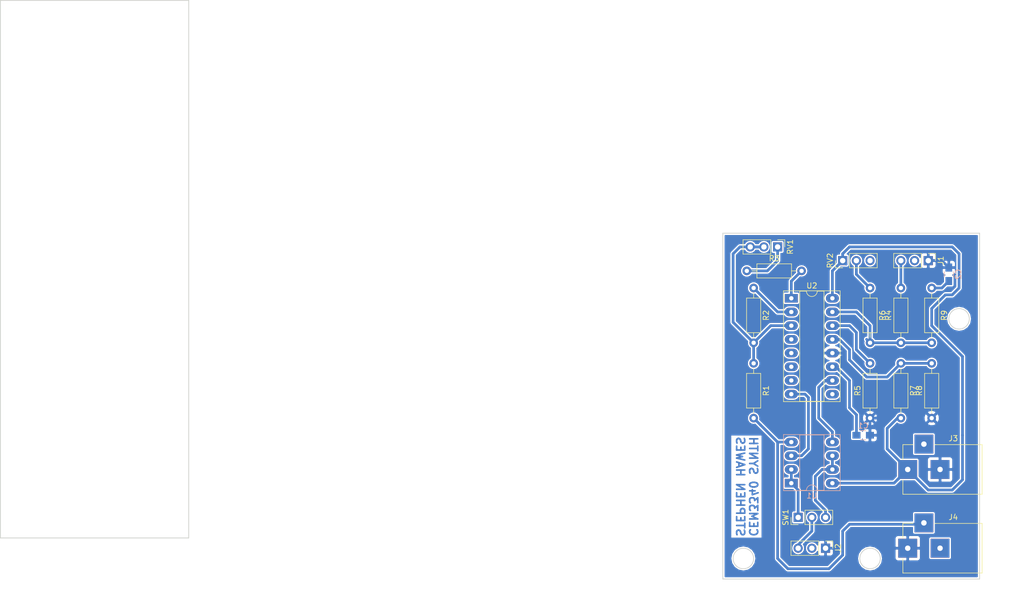
<source format=kicad_pcb>
(kicad_pcb (version 4) (host pcbnew 4.0.7)

  (general
    (links 38)
    (no_connects 0)
    (area 181.61 78.105 244.475001 149.860001)
    (thickness 1.6)
    (drawings 12)
    (tracks 112)
    (zones 0)
    (modules 20)
    (nets 20)
  )

  (page A4)
  (layers
    (0 F.Cu signal)
    (31 B.Cu signal)
    (32 B.Adhes user)
    (33 F.Adhes user)
    (34 B.Paste user)
    (35 F.Paste user)
    (36 B.SilkS user)
    (37 F.SilkS user)
    (38 B.Mask user)
    (39 F.Mask user)
    (40 Dwgs.User user)
    (41 Cmts.User user)
    (42 Eco1.User user)
    (43 Eco2.User user)
    (44 Edge.Cuts user)
    (45 Margin user)
    (46 B.CrtYd user)
    (47 F.CrtYd user)
    (48 B.Fab user)
    (49 F.Fab user)
  )

  (setup
    (last_trace_width 0.25)
    (user_trace_width 0.254)
    (user_trace_width 0.508)
    (user_trace_width 1.016)
    (user_trace_width 1.27)
    (trace_clearance 0.2)
    (zone_clearance 0.254)
    (zone_45_only no)
    (trace_min 0.2)
    (segment_width 0.2)
    (edge_width 0.15)
    (via_size 0.6)
    (via_drill 0.4)
    (via_min_size 0.4)
    (via_min_drill 0.3)
    (uvia_size 0.3)
    (uvia_drill 0.1)
    (uvias_allowed no)
    (uvia_min_size 0.2)
    (uvia_min_drill 0.1)
    (pcb_text_width 0.3)
    (pcb_text_size 1.5 1.5)
    (mod_edge_width 0.15)
    (mod_text_size 1 1)
    (mod_text_width 0.15)
    (pad_size 3.5 3.5)
    (pad_drill 1.016)
    (pad_to_mask_clearance 0.2)
    (aux_axis_origin 0 0)
    (visible_elements FFFFFF7F)
    (pcbplotparams
      (layerselection 0x01000_80000000)
      (usegerberextensions false)
      (excludeedgelayer true)
      (linewidth 0.100000)
      (plotframeref false)
      (viasonmask false)
      (mode 1)
      (useauxorigin false)
      (hpglpennumber 1)
      (hpglpenspeed 20)
      (hpglpendiameter 15)
      (hpglpenoverlay 2)
      (psnegative false)
      (psa4output false)
      (plotreference true)
      (plotvalue true)
      (plotinvisibletext false)
      (padsonsilk false)
      (subtractmaskfromsilk false)
      (outputformat 1)
      (mirror false)
      (drillshape 0)
      (scaleselection 1)
      (outputdirectory v1/))
  )

  (net 0 "")
  (net 1 GND)
  (net 2 "Net-(C1-Pad2)")
  (net 3 "Net-(C2-Pad1)")
  (net 4 "Net-(J1-Pad3)")
  (net 5 "Net-(J2-Pad3)")
  (net 6 +12V)
  (net 7 -12V)
  (net 8 "Net-(R1-Pad1)")
  (net 9 "Net-(R2-Pad1)")
  (net 10 "Net-(R3-Pad1)")
  (net 11 "Net-(R3-Pad2)")
  (net 12 "Net-(R4-Pad1)")
  (net 13 "Net-(R5-Pad2)")
  (net 14 "Net-(R6-Pad1)")
  (net 15 "Net-(R7-Pad1)")
  (net 16 "Net-(SW1-Pad1)")
  (net 17 "Net-(SW1-Pad3)")
  (net 18 "Net-(U1-Pad3)")
  (net 19 "Net-(U1-Pad5)")

  (net_class Default "This is the default net class."
    (clearance 0.2)
    (trace_width 0.25)
    (via_dia 0.6)
    (via_drill 0.4)
    (uvia_dia 0.3)
    (uvia_drill 0.1)
    (add_net +12V)
    (add_net -12V)
    (add_net GND)
    (add_net "Net-(C1-Pad2)")
    (add_net "Net-(C2-Pad1)")
    (add_net "Net-(J1-Pad3)")
    (add_net "Net-(J2-Pad3)")
    (add_net "Net-(R1-Pad1)")
    (add_net "Net-(R2-Pad1)")
    (add_net "Net-(R3-Pad1)")
    (add_net "Net-(R3-Pad2)")
    (add_net "Net-(R4-Pad1)")
    (add_net "Net-(R5-Pad2)")
    (add_net "Net-(R6-Pad1)")
    (add_net "Net-(R7-Pad1)")
    (add_net "Net-(SW1-Pad1)")
    (add_net "Net-(SW1-Pad3)")
    (add_net "Net-(U1-Pad3)")
    (add_net "Net-(U1-Pad5)")
  )

  (module Capacitors_SMD:C_0805_HandSoldering (layer B.Cu) (tedit 5BB25D2A) (tstamp 5BB25B8C)
    (at 214.63 118.745 180)
    (descr "Capacitor SMD 0805, hand soldering")
    (tags "capacitor 0805")
    (path /5BB2539F)
    (attr smd)
    (fp_text reference C1 (at 0 1.75 180) (layer B.SilkS)
      (effects (font (size 1 1) (thickness 0.15)) (justify mirror))
    )
    (fp_text value 1nF (at 0 -1.75 180) (layer B.Fab)
      (effects (font (size 1 1) (thickness 0.15)) (justify mirror))
    )
    (fp_text user %R (at 0 1.75 180) (layer B.Fab)
      (effects (font (size 1 1) (thickness 0.15)) (justify mirror))
    )
    (fp_line (start -1 -0.62) (end -1 0.62) (layer B.Fab) (width 0.1))
    (fp_line (start 1 -0.62) (end -1 -0.62) (layer B.Fab) (width 0.1))
    (fp_line (start 1 0.62) (end 1 -0.62) (layer B.Fab) (width 0.1))
    (fp_line (start -1 0.62) (end 1 0.62) (layer B.Fab) (width 0.1))
    (fp_line (start 0.5 0.85) (end -0.5 0.85) (layer B.SilkS) (width 0.12))
    (fp_line (start -0.5 -0.85) (end 0.5 -0.85) (layer B.SilkS) (width 0.12))
    (fp_line (start -2.25 0.88) (end 2.25 0.88) (layer B.CrtYd) (width 0.05))
    (fp_line (start -2.25 0.88) (end -2.25 -0.87) (layer B.CrtYd) (width 0.05))
    (fp_line (start 2.25 -0.87) (end 2.25 0.88) (layer B.CrtYd) (width 0.05))
    (fp_line (start 2.25 -0.87) (end -2.25 -0.87) (layer B.CrtYd) (width 0.05))
    (pad 1 smd rect (at -1.25 0 180) (size 1.5 1.25) (layers B.Cu B.Paste B.Mask)
      (net 1 GND))
    (pad 2 smd rect (at 1.25 0 180) (size 1.5 1.25) (layers B.Cu B.Paste B.Mask)
      (net 2 "Net-(C1-Pad2)"))
    (model Capacitors_SMD.3dshapes/C_0805.wrl
      (at (xyz 0 0 0))
      (scale (xyz 1 1 1))
      (rotate (xyz 0 0 0))
    )
  )

  (module Capacitors_SMD:C_0805_HandSoldering (layer B.Cu) (tedit 58AA84A8) (tstamp 5BB25B92)
    (at 230.505 88.9 90)
    (descr "Capacitor SMD 0805, hand soldering")
    (tags "capacitor 0805")
    (path /5BB2571A)
    (attr smd)
    (fp_text reference C2 (at 0 1.75 90) (layer B.SilkS)
      (effects (font (size 1 1) (thickness 0.15)) (justify mirror))
    )
    (fp_text value 10nF (at 0 -1.75 90) (layer B.Fab)
      (effects (font (size 1 1) (thickness 0.15)) (justify mirror))
    )
    (fp_text user %R (at 0 1.75 90) (layer B.Fab)
      (effects (font (size 1 1) (thickness 0.15)) (justify mirror))
    )
    (fp_line (start -1 -0.62) (end -1 0.62) (layer B.Fab) (width 0.1))
    (fp_line (start 1 -0.62) (end -1 -0.62) (layer B.Fab) (width 0.1))
    (fp_line (start 1 0.62) (end 1 -0.62) (layer B.Fab) (width 0.1))
    (fp_line (start -1 0.62) (end 1 0.62) (layer B.Fab) (width 0.1))
    (fp_line (start 0.5 0.85) (end -0.5 0.85) (layer B.SilkS) (width 0.12))
    (fp_line (start -0.5 -0.85) (end 0.5 -0.85) (layer B.SilkS) (width 0.12))
    (fp_line (start -2.25 0.88) (end 2.25 0.88) (layer B.CrtYd) (width 0.05))
    (fp_line (start -2.25 0.88) (end -2.25 -0.87) (layer B.CrtYd) (width 0.05))
    (fp_line (start 2.25 -0.87) (end 2.25 0.88) (layer B.CrtYd) (width 0.05))
    (fp_line (start 2.25 -0.87) (end -2.25 -0.87) (layer B.CrtYd) (width 0.05))
    (pad 1 smd rect (at -1.25 0 90) (size 1.5 1.25) (layers B.Cu B.Paste B.Mask)
      (net 3 "Net-(C2-Pad1)"))
    (pad 2 smd rect (at 1.25 0 90) (size 1.5 1.25) (layers B.Cu B.Paste B.Mask)
      (net 1 GND))
    (model Capacitors_SMD.3dshapes/C_0805.wrl
      (at (xyz 0 0 0))
      (scale (xyz 1 1 1))
      (rotate (xyz 0 0 0))
    )
  )

  (module Pin_Headers:Pin_Header_Straight_1x03_Pitch2.54mm (layer F.Cu) (tedit 59650532) (tstamp 5BB25B99)
    (at 226.695 86.36 270)
    (descr "Through hole straight pin header, 1x03, 2.54mm pitch, single row")
    (tags "Through hole pin header THT 1x03 2.54mm single row")
    (path /5BB25456)
    (fp_text reference J1 (at 0 -2.33 270) (layer F.SilkS)
      (effects (font (size 1 1) (thickness 0.15)))
    )
    (fp_text value CVJACK (at 0 7.41 270) (layer F.Fab)
      (effects (font (size 1 1) (thickness 0.15)))
    )
    (fp_line (start -0.635 -1.27) (end 1.27 -1.27) (layer F.Fab) (width 0.1))
    (fp_line (start 1.27 -1.27) (end 1.27 6.35) (layer F.Fab) (width 0.1))
    (fp_line (start 1.27 6.35) (end -1.27 6.35) (layer F.Fab) (width 0.1))
    (fp_line (start -1.27 6.35) (end -1.27 -0.635) (layer F.Fab) (width 0.1))
    (fp_line (start -1.27 -0.635) (end -0.635 -1.27) (layer F.Fab) (width 0.1))
    (fp_line (start -1.33 6.41) (end 1.33 6.41) (layer F.SilkS) (width 0.12))
    (fp_line (start -1.33 1.27) (end -1.33 6.41) (layer F.SilkS) (width 0.12))
    (fp_line (start 1.33 1.27) (end 1.33 6.41) (layer F.SilkS) (width 0.12))
    (fp_line (start -1.33 1.27) (end 1.33 1.27) (layer F.SilkS) (width 0.12))
    (fp_line (start -1.33 0) (end -1.33 -1.33) (layer F.SilkS) (width 0.12))
    (fp_line (start -1.33 -1.33) (end 0 -1.33) (layer F.SilkS) (width 0.12))
    (fp_line (start -1.8 -1.8) (end -1.8 6.85) (layer F.CrtYd) (width 0.05))
    (fp_line (start -1.8 6.85) (end 1.8 6.85) (layer F.CrtYd) (width 0.05))
    (fp_line (start 1.8 6.85) (end 1.8 -1.8) (layer F.CrtYd) (width 0.05))
    (fp_line (start 1.8 -1.8) (end -1.8 -1.8) (layer F.CrtYd) (width 0.05))
    (fp_text user %R (at 0 2.54 360) (layer F.Fab)
      (effects (font (size 1 1) (thickness 0.15)))
    )
    (pad 1 thru_hole rect (at 0 0 270) (size 1.7 1.7) (drill 1) (layers *.Cu *.Mask)
      (net 1 GND))
    (pad 2 thru_hole oval (at 0 2.54 270) (size 1.7 1.7) (drill 1) (layers *.Cu *.Mask))
    (pad 3 thru_hole oval (at 0 5.08 270) (size 1.7 1.7) (drill 1) (layers *.Cu *.Mask)
      (net 4 "Net-(J1-Pad3)"))
    (model ${KISYS3DMOD}/Pin_Headers.3dshapes/Pin_Header_Straight_1x03_Pitch2.54mm.wrl
      (at (xyz 0 0 0))
      (scale (xyz 1 1 1))
      (rotate (xyz 0 0 0))
    )
  )

  (module Pin_Headers:Pin_Header_Straight_1x03_Pitch2.54mm (layer F.Cu) (tedit 59650532) (tstamp 5BB25BA0)
    (at 207.645 139.7 270)
    (descr "Through hole straight pin header, 1x03, 2.54mm pitch, single row")
    (tags "Through hole pin header THT 1x03 2.54mm single row")
    (path /5BB24C7B)
    (fp_text reference J2 (at 0 -2.33 270) (layer F.SilkS)
      (effects (font (size 1 1) (thickness 0.15)))
    )
    (fp_text value OUT (at 0 7.41 270) (layer F.Fab)
      (effects (font (size 1 1) (thickness 0.15)))
    )
    (fp_line (start -0.635 -1.27) (end 1.27 -1.27) (layer F.Fab) (width 0.1))
    (fp_line (start 1.27 -1.27) (end 1.27 6.35) (layer F.Fab) (width 0.1))
    (fp_line (start 1.27 6.35) (end -1.27 6.35) (layer F.Fab) (width 0.1))
    (fp_line (start -1.27 6.35) (end -1.27 -0.635) (layer F.Fab) (width 0.1))
    (fp_line (start -1.27 -0.635) (end -0.635 -1.27) (layer F.Fab) (width 0.1))
    (fp_line (start -1.33 6.41) (end 1.33 6.41) (layer F.SilkS) (width 0.12))
    (fp_line (start -1.33 1.27) (end -1.33 6.41) (layer F.SilkS) (width 0.12))
    (fp_line (start 1.33 1.27) (end 1.33 6.41) (layer F.SilkS) (width 0.12))
    (fp_line (start -1.33 1.27) (end 1.33 1.27) (layer F.SilkS) (width 0.12))
    (fp_line (start -1.33 0) (end -1.33 -1.33) (layer F.SilkS) (width 0.12))
    (fp_line (start -1.33 -1.33) (end 0 -1.33) (layer F.SilkS) (width 0.12))
    (fp_line (start -1.8 -1.8) (end -1.8 6.85) (layer F.CrtYd) (width 0.05))
    (fp_line (start -1.8 6.85) (end 1.8 6.85) (layer F.CrtYd) (width 0.05))
    (fp_line (start 1.8 6.85) (end 1.8 -1.8) (layer F.CrtYd) (width 0.05))
    (fp_line (start 1.8 -1.8) (end -1.8 -1.8) (layer F.CrtYd) (width 0.05))
    (fp_text user %R (at 0 2.54 360) (layer F.Fab)
      (effects (font (size 1 1) (thickness 0.15)))
    )
    (pad 1 thru_hole rect (at 0 0 270) (size 1.7 1.7) (drill 1) (layers *.Cu *.Mask)
      (net 1 GND))
    (pad 2 thru_hole oval (at 0 2.54 270) (size 1.7 1.7) (drill 1) (layers *.Cu *.Mask))
    (pad 3 thru_hole oval (at 0 5.08 270) (size 1.7 1.7) (drill 1) (layers *.Cu *.Mask)
      (net 5 "Net-(J2-Pad3)"))
    (model ${KISYS3DMOD}/Pin_Headers.3dshapes/Pin_Header_Straight_1x03_Pitch2.54mm.wrl
      (at (xyz 0 0 0))
      (scale (xyz 1 1 1))
      (rotate (xyz 0 0 0))
    )
  )

  (module Connectors:BARREL_JACK (layer F.Cu) (tedit 5BB2C45F) (tstamp 5BB25BA7)
    (at 222.885 125.095 180)
    (descr "DC Barrel Jack")
    (tags "Power Jack")
    (path /5BB24A75)
    (fp_text reference J3 (at -8.45 5.75 360) (layer F.SilkS)
      (effects (font (size 1 1) (thickness 0.15)))
    )
    (fp_text value +12v (at -6.2 -5.5 180) (layer F.Fab)
      (effects (font (size 1 1) (thickness 0.15)))
    )
    (fp_line (start 1 -4.5) (end 1 -4.75) (layer F.CrtYd) (width 0.05))
    (fp_line (start 1 -4.75) (end -14 -4.75) (layer F.CrtYd) (width 0.05))
    (fp_line (start 1 -4.5) (end 1 -2) (layer F.CrtYd) (width 0.05))
    (fp_line (start 1 -2) (end 2 -2) (layer F.CrtYd) (width 0.05))
    (fp_line (start 2 -2) (end 2 2) (layer F.CrtYd) (width 0.05))
    (fp_line (start 2 2) (end 1 2) (layer F.CrtYd) (width 0.05))
    (fp_line (start 1 2) (end 1 4.75) (layer F.CrtYd) (width 0.05))
    (fp_line (start 1 4.75) (end -1 4.75) (layer F.CrtYd) (width 0.05))
    (fp_line (start -1 4.75) (end -1 6.75) (layer F.CrtYd) (width 0.05))
    (fp_line (start -1 6.75) (end -5 6.75) (layer F.CrtYd) (width 0.05))
    (fp_line (start -5 6.75) (end -5 4.75) (layer F.CrtYd) (width 0.05))
    (fp_line (start -5 4.75) (end -14 4.75) (layer F.CrtYd) (width 0.05))
    (fp_line (start -14 4.75) (end -14 -4.75) (layer F.CrtYd) (width 0.05))
    (fp_line (start -5 4.6) (end -13.8 4.6) (layer F.SilkS) (width 0.12))
    (fp_line (start -13.8 4.6) (end -13.8 -4.6) (layer F.SilkS) (width 0.12))
    (fp_line (start 0.9 1.9) (end 0.9 4.6) (layer F.SilkS) (width 0.12))
    (fp_line (start 0.9 4.6) (end -1 4.6) (layer F.SilkS) (width 0.12))
    (fp_line (start -13.8 -4.6) (end 0.9 -4.6) (layer F.SilkS) (width 0.12))
    (fp_line (start 0.9 -4.6) (end 0.9 -2) (layer F.SilkS) (width 0.12))
    (fp_line (start -10.2 -4.5) (end -10.2 4.5) (layer F.Fab) (width 0.1))
    (fp_line (start -13.7 -4.5) (end -13.7 4.5) (layer F.Fab) (width 0.1))
    (fp_line (start -13.7 4.5) (end 0.8 4.5) (layer F.Fab) (width 0.1))
    (fp_line (start 0.8 4.5) (end 0.8 -4.5) (layer F.Fab) (width 0.1))
    (fp_line (start 0.8 -4.5) (end -13.7 -4.5) (layer F.Fab) (width 0.1))
    (pad 1 thru_hole rect (at 0 0 180) (size 3.5 3.5) (drill 1) (layers *.Cu *.Mask)
      (net 6 +12V))
    (pad 2 thru_hole rect (at -6 0 180) (size 3.5 3.5) (drill 1) (layers *.Cu *.Mask)
      (net 1 GND))
    (pad 3 thru_hole rect (at -3 4.7 180) (size 3.5 3.5) (drill 1.016) (layers *.Cu *.Mask))
  )

  (module Connectors:BARREL_JACK (layer F.Cu) (tedit 5BB2C458) (tstamp 5BB25BAE)
    (at 222.885 139.7 180)
    (descr "DC Barrel Jack")
    (tags "Power Jack")
    (path /5BB24AA3)
    (fp_text reference J4 (at -8.45 5.75 360) (layer F.SilkS)
      (effects (font (size 1 1) (thickness 0.15)))
    )
    (fp_text value -12v (at -6.2 -5.5 180) (layer F.Fab)
      (effects (font (size 1 1) (thickness 0.15)))
    )
    (fp_line (start 1 -4.5) (end 1 -4.75) (layer F.CrtYd) (width 0.05))
    (fp_line (start 1 -4.75) (end -14 -4.75) (layer F.CrtYd) (width 0.05))
    (fp_line (start 1 -4.5) (end 1 -2) (layer F.CrtYd) (width 0.05))
    (fp_line (start 1 -2) (end 2 -2) (layer F.CrtYd) (width 0.05))
    (fp_line (start 2 -2) (end 2 2) (layer F.CrtYd) (width 0.05))
    (fp_line (start 2 2) (end 1 2) (layer F.CrtYd) (width 0.05))
    (fp_line (start 1 2) (end 1 4.75) (layer F.CrtYd) (width 0.05))
    (fp_line (start 1 4.75) (end -1 4.75) (layer F.CrtYd) (width 0.05))
    (fp_line (start -1 4.75) (end -1 6.75) (layer F.CrtYd) (width 0.05))
    (fp_line (start -1 6.75) (end -5 6.75) (layer F.CrtYd) (width 0.05))
    (fp_line (start -5 6.75) (end -5 4.75) (layer F.CrtYd) (width 0.05))
    (fp_line (start -5 4.75) (end -14 4.75) (layer F.CrtYd) (width 0.05))
    (fp_line (start -14 4.75) (end -14 -4.75) (layer F.CrtYd) (width 0.05))
    (fp_line (start -5 4.6) (end -13.8 4.6) (layer F.SilkS) (width 0.12))
    (fp_line (start -13.8 4.6) (end -13.8 -4.6) (layer F.SilkS) (width 0.12))
    (fp_line (start 0.9 1.9) (end 0.9 4.6) (layer F.SilkS) (width 0.12))
    (fp_line (start 0.9 4.6) (end -1 4.6) (layer F.SilkS) (width 0.12))
    (fp_line (start -13.8 -4.6) (end 0.9 -4.6) (layer F.SilkS) (width 0.12))
    (fp_line (start 0.9 -4.6) (end 0.9 -2) (layer F.SilkS) (width 0.12))
    (fp_line (start -10.2 -4.5) (end -10.2 4.5) (layer F.Fab) (width 0.1))
    (fp_line (start -13.7 -4.5) (end -13.7 4.5) (layer F.Fab) (width 0.1))
    (fp_line (start -13.7 4.5) (end 0.8 4.5) (layer F.Fab) (width 0.1))
    (fp_line (start 0.8 4.5) (end 0.8 -4.5) (layer F.Fab) (width 0.1))
    (fp_line (start 0.8 -4.5) (end -13.7 -4.5) (layer F.Fab) (width 0.1))
    (pad 1 thru_hole rect (at 0 0 180) (size 3.5 3.5) (drill 1) (layers *.Cu *.Mask)
      (net 1 GND))
    (pad 2 thru_hole rect (at -6 0 180) (size 3.5 3.5) (drill 1) (layers *.Cu *.Mask))
    (pad 3 thru_hole rect (at -3 4.7 180) (size 3.5 3.5) (drill 1.016) (layers *.Cu *.Mask)
      (net 7 -12V))
  )

  (module Resistors_THT:R_Axial_DIN0207_L6.3mm_D2.5mm_P10.16mm_Horizontal (layer F.Cu) (tedit 5874F706) (tstamp 5BB25BB4)
    (at 194.31 105.41 270)
    (descr "Resistor, Axial_DIN0207 series, Axial, Horizontal, pin pitch=10.16mm, 0.25W = 1/4W, length*diameter=6.3*2.5mm^2, http://cdn-reichelt.de/documents/datenblatt/B400/1_4W%23YAG.pdf")
    (tags "Resistor Axial_DIN0207 series Axial Horizontal pin pitch 10.16mm 0.25W = 1/4W length 6.3mm diameter 2.5mm")
    (path /5BB25CC0)
    (fp_text reference R1 (at 5.08 -2.31 270) (layer F.SilkS)
      (effects (font (size 1 1) (thickness 0.15)))
    )
    (fp_text value 620 (at 5.08 2.31 270) (layer F.Fab)
      (effects (font (size 1 1) (thickness 0.15)))
    )
    (fp_line (start 1.93 -1.25) (end 1.93 1.25) (layer F.Fab) (width 0.1))
    (fp_line (start 1.93 1.25) (end 8.23 1.25) (layer F.Fab) (width 0.1))
    (fp_line (start 8.23 1.25) (end 8.23 -1.25) (layer F.Fab) (width 0.1))
    (fp_line (start 8.23 -1.25) (end 1.93 -1.25) (layer F.Fab) (width 0.1))
    (fp_line (start 0 0) (end 1.93 0) (layer F.Fab) (width 0.1))
    (fp_line (start 10.16 0) (end 8.23 0) (layer F.Fab) (width 0.1))
    (fp_line (start 1.87 -1.31) (end 1.87 1.31) (layer F.SilkS) (width 0.12))
    (fp_line (start 1.87 1.31) (end 8.29 1.31) (layer F.SilkS) (width 0.12))
    (fp_line (start 8.29 1.31) (end 8.29 -1.31) (layer F.SilkS) (width 0.12))
    (fp_line (start 8.29 -1.31) (end 1.87 -1.31) (layer F.SilkS) (width 0.12))
    (fp_line (start 0.98 0) (end 1.87 0) (layer F.SilkS) (width 0.12))
    (fp_line (start 9.18 0) (end 8.29 0) (layer F.SilkS) (width 0.12))
    (fp_line (start -1.05 -1.6) (end -1.05 1.6) (layer F.CrtYd) (width 0.05))
    (fp_line (start -1.05 1.6) (end 11.25 1.6) (layer F.CrtYd) (width 0.05))
    (fp_line (start 11.25 1.6) (end 11.25 -1.6) (layer F.CrtYd) (width 0.05))
    (fp_line (start 11.25 -1.6) (end -1.05 -1.6) (layer F.CrtYd) (width 0.05))
    (pad 1 thru_hole circle (at 0 0 270) (size 1.6 1.6) (drill 0.8) (layers *.Cu *.Mask)
      (net 8 "Net-(R1-Pad1)"))
    (pad 2 thru_hole oval (at 10.16 0 270) (size 1.6 1.6) (drill 0.8) (layers *.Cu *.Mask)
      (net 7 -12V))
    (model ${KISYS3DMOD}/Resistors_THT.3dshapes/R_Axial_DIN0207_L6.3mm_D2.5mm_P10.16mm_Horizontal.wrl
      (at (xyz 0 0 0))
      (scale (xyz 0.393701 0.393701 0.393701))
      (rotate (xyz 0 0 0))
    )
  )

  (module Resistors_THT:R_Axial_DIN0207_L6.3mm_D2.5mm_P10.16mm_Horizontal (layer F.Cu) (tedit 5874F706) (tstamp 5BB25BBA)
    (at 194.31 91.44 270)
    (descr "Resistor, Axial_DIN0207 series, Axial, Horizontal, pin pitch=10.16mm, 0.25W = 1/4W, length*diameter=6.3*2.5mm^2, http://cdn-reichelt.de/documents/datenblatt/B400/1_4W%23YAG.pdf")
    (tags "Resistor Axial_DIN0207 series Axial Horizontal pin pitch 10.16mm 0.25W = 1/4W length 6.3mm diameter 2.5mm")
    (path /5BB24CA2)
    (fp_text reference R2 (at 5.08 -2.31 270) (layer F.SilkS)
      (effects (font (size 1 1) (thickness 0.15)))
    )
    (fp_text value 5.6K (at 5.08 2.31 270) (layer F.Fab)
      (effects (font (size 1 1) (thickness 0.15)))
    )
    (fp_line (start 1.93 -1.25) (end 1.93 1.25) (layer F.Fab) (width 0.1))
    (fp_line (start 1.93 1.25) (end 8.23 1.25) (layer F.Fab) (width 0.1))
    (fp_line (start 8.23 1.25) (end 8.23 -1.25) (layer F.Fab) (width 0.1))
    (fp_line (start 8.23 -1.25) (end 1.93 -1.25) (layer F.Fab) (width 0.1))
    (fp_line (start 0 0) (end 1.93 0) (layer F.Fab) (width 0.1))
    (fp_line (start 10.16 0) (end 8.23 0) (layer F.Fab) (width 0.1))
    (fp_line (start 1.87 -1.31) (end 1.87 1.31) (layer F.SilkS) (width 0.12))
    (fp_line (start 1.87 1.31) (end 8.29 1.31) (layer F.SilkS) (width 0.12))
    (fp_line (start 8.29 1.31) (end 8.29 -1.31) (layer F.SilkS) (width 0.12))
    (fp_line (start 8.29 -1.31) (end 1.87 -1.31) (layer F.SilkS) (width 0.12))
    (fp_line (start 0.98 0) (end 1.87 0) (layer F.SilkS) (width 0.12))
    (fp_line (start 9.18 0) (end 8.29 0) (layer F.SilkS) (width 0.12))
    (fp_line (start -1.05 -1.6) (end -1.05 1.6) (layer F.CrtYd) (width 0.05))
    (fp_line (start -1.05 1.6) (end 11.25 1.6) (layer F.CrtYd) (width 0.05))
    (fp_line (start 11.25 1.6) (end 11.25 -1.6) (layer F.CrtYd) (width 0.05))
    (fp_line (start 11.25 -1.6) (end -1.05 -1.6) (layer F.CrtYd) (width 0.05))
    (pad 1 thru_hole circle (at 0 0 270) (size 1.6 1.6) (drill 0.8) (layers *.Cu *.Mask)
      (net 9 "Net-(R2-Pad1)"))
    (pad 2 thru_hole oval (at 10.16 0 270) (size 1.6 1.6) (drill 0.8) (layers *.Cu *.Mask)
      (net 8 "Net-(R1-Pad1)"))
    (model ${KISYS3DMOD}/Resistors_THT.3dshapes/R_Axial_DIN0207_L6.3mm_D2.5mm_P10.16mm_Horizontal.wrl
      (at (xyz 0 0 0))
      (scale (xyz 0.393701 0.393701 0.393701))
      (rotate (xyz 0 0 0))
    )
  )

  (module Resistors_THT:R_Axial_DIN0207_L6.3mm_D2.5mm_P10.16mm_Horizontal (layer F.Cu) (tedit 5874F706) (tstamp 5BB25BC0)
    (at 193.04 88.265)
    (descr "Resistor, Axial_DIN0207 series, Axial, Horizontal, pin pitch=10.16mm, 0.25W = 1/4W, length*diameter=6.3*2.5mm^2, http://cdn-reichelt.de/documents/datenblatt/B400/1_4W%23YAG.pdf")
    (tags "Resistor Axial_DIN0207 series Axial Horizontal pin pitch 10.16mm 0.25W = 1/4W length 6.3mm diameter 2.5mm")
    (path /5BB24E31)
    (fp_text reference R3 (at 5.08 -2.31) (layer F.SilkS)
      (effects (font (size 1 1) (thickness 0.15)))
    )
    (fp_text value 24K (at 5.08 2.31) (layer F.Fab)
      (effects (font (size 1 1) (thickness 0.15)))
    )
    (fp_line (start 1.93 -1.25) (end 1.93 1.25) (layer F.Fab) (width 0.1))
    (fp_line (start 1.93 1.25) (end 8.23 1.25) (layer F.Fab) (width 0.1))
    (fp_line (start 8.23 1.25) (end 8.23 -1.25) (layer F.Fab) (width 0.1))
    (fp_line (start 8.23 -1.25) (end 1.93 -1.25) (layer F.Fab) (width 0.1))
    (fp_line (start 0 0) (end 1.93 0) (layer F.Fab) (width 0.1))
    (fp_line (start 10.16 0) (end 8.23 0) (layer F.Fab) (width 0.1))
    (fp_line (start 1.87 -1.31) (end 1.87 1.31) (layer F.SilkS) (width 0.12))
    (fp_line (start 1.87 1.31) (end 8.29 1.31) (layer F.SilkS) (width 0.12))
    (fp_line (start 8.29 1.31) (end 8.29 -1.31) (layer F.SilkS) (width 0.12))
    (fp_line (start 8.29 -1.31) (end 1.87 -1.31) (layer F.SilkS) (width 0.12))
    (fp_line (start 0.98 0) (end 1.87 0) (layer F.SilkS) (width 0.12))
    (fp_line (start 9.18 0) (end 8.29 0) (layer F.SilkS) (width 0.12))
    (fp_line (start -1.05 -1.6) (end -1.05 1.6) (layer F.CrtYd) (width 0.05))
    (fp_line (start -1.05 1.6) (end 11.25 1.6) (layer F.CrtYd) (width 0.05))
    (fp_line (start 11.25 1.6) (end 11.25 -1.6) (layer F.CrtYd) (width 0.05))
    (fp_line (start 11.25 -1.6) (end -1.05 -1.6) (layer F.CrtYd) (width 0.05))
    (pad 1 thru_hole circle (at 0 0) (size 1.6 1.6) (drill 0.8) (layers *.Cu *.Mask)
      (net 10 "Net-(R3-Pad1)"))
    (pad 2 thru_hole oval (at 10.16 0) (size 1.6 1.6) (drill 0.8) (layers *.Cu *.Mask)
      (net 11 "Net-(R3-Pad2)"))
    (model ${KISYS3DMOD}/Resistors_THT.3dshapes/R_Axial_DIN0207_L6.3mm_D2.5mm_P10.16mm_Horizontal.wrl
      (at (xyz 0 0 0))
      (scale (xyz 0.393701 0.393701 0.393701))
      (rotate (xyz 0 0 0))
    )
  )

  (module Resistors_THT:R_Axial_DIN0207_L6.3mm_D2.5mm_P10.16mm_Horizontal (layer F.Cu) (tedit 5874F706) (tstamp 5BB25BC6)
    (at 221.615 101.6 90)
    (descr "Resistor, Axial_DIN0207 series, Axial, Horizontal, pin pitch=10.16mm, 0.25W = 1/4W, length*diameter=6.3*2.5mm^2, http://cdn-reichelt.de/documents/datenblatt/B400/1_4W%23YAG.pdf")
    (tags "Resistor Axial_DIN0207 series Axial Horizontal pin pitch 10.16mm 0.25W = 1/4W length 6.3mm diameter 2.5mm")
    (path /5BB255FD)
    (fp_text reference R4 (at 5.08 -2.31 90) (layer F.SilkS)
      (effects (font (size 1 1) (thickness 0.15)))
    )
    (fp_text value 100K (at 5.08 2.31 90) (layer F.Fab)
      (effects (font (size 1 1) (thickness 0.15)))
    )
    (fp_line (start 1.93 -1.25) (end 1.93 1.25) (layer F.Fab) (width 0.1))
    (fp_line (start 1.93 1.25) (end 8.23 1.25) (layer F.Fab) (width 0.1))
    (fp_line (start 8.23 1.25) (end 8.23 -1.25) (layer F.Fab) (width 0.1))
    (fp_line (start 8.23 -1.25) (end 1.93 -1.25) (layer F.Fab) (width 0.1))
    (fp_line (start 0 0) (end 1.93 0) (layer F.Fab) (width 0.1))
    (fp_line (start 10.16 0) (end 8.23 0) (layer F.Fab) (width 0.1))
    (fp_line (start 1.87 -1.31) (end 1.87 1.31) (layer F.SilkS) (width 0.12))
    (fp_line (start 1.87 1.31) (end 8.29 1.31) (layer F.SilkS) (width 0.12))
    (fp_line (start 8.29 1.31) (end 8.29 -1.31) (layer F.SilkS) (width 0.12))
    (fp_line (start 8.29 -1.31) (end 1.87 -1.31) (layer F.SilkS) (width 0.12))
    (fp_line (start 0.98 0) (end 1.87 0) (layer F.SilkS) (width 0.12))
    (fp_line (start 9.18 0) (end 8.29 0) (layer F.SilkS) (width 0.12))
    (fp_line (start -1.05 -1.6) (end -1.05 1.6) (layer F.CrtYd) (width 0.05))
    (fp_line (start -1.05 1.6) (end 11.25 1.6) (layer F.CrtYd) (width 0.05))
    (fp_line (start 11.25 1.6) (end 11.25 -1.6) (layer F.CrtYd) (width 0.05))
    (fp_line (start 11.25 -1.6) (end -1.05 -1.6) (layer F.CrtYd) (width 0.05))
    (pad 1 thru_hole circle (at 0 0 90) (size 1.6 1.6) (drill 0.8) (layers *.Cu *.Mask)
      (net 12 "Net-(R4-Pad1)"))
    (pad 2 thru_hole oval (at 10.16 0 90) (size 1.6 1.6) (drill 0.8) (layers *.Cu *.Mask)
      (net 4 "Net-(J1-Pad3)"))
    (model ${KISYS3DMOD}/Resistors_THT.3dshapes/R_Axial_DIN0207_L6.3mm_D2.5mm_P10.16mm_Horizontal.wrl
      (at (xyz 0 0 0))
      (scale (xyz 0.393701 0.393701 0.393701))
      (rotate (xyz 0 0 0))
    )
  )

  (module Resistors_THT:R_Axial_DIN0207_L6.3mm_D2.5mm_P10.16mm_Horizontal (layer F.Cu) (tedit 5874F706) (tstamp 5BB25BCC)
    (at 215.9 115.57 90)
    (descr "Resistor, Axial_DIN0207 series, Axial, Horizontal, pin pitch=10.16mm, 0.25W = 1/4W, length*diameter=6.3*2.5mm^2, http://cdn-reichelt.de/documents/datenblatt/B400/1_4W%23YAG.pdf")
    (tags "Resistor Axial_DIN0207 series Axial Horizontal pin pitch 10.16mm 0.25W = 1/4W length 6.3mm diameter 2.5mm")
    (path /5BB2527E)
    (fp_text reference R5 (at 5.08 -2.31 90) (layer F.SilkS)
      (effects (font (size 1 1) (thickness 0.15)))
    )
    (fp_text value 1.8K (at 5.08 2.31 90) (layer F.Fab)
      (effects (font (size 1 1) (thickness 0.15)))
    )
    (fp_line (start 1.93 -1.25) (end 1.93 1.25) (layer F.Fab) (width 0.1))
    (fp_line (start 1.93 1.25) (end 8.23 1.25) (layer F.Fab) (width 0.1))
    (fp_line (start 8.23 1.25) (end 8.23 -1.25) (layer F.Fab) (width 0.1))
    (fp_line (start 8.23 -1.25) (end 1.93 -1.25) (layer F.Fab) (width 0.1))
    (fp_line (start 0 0) (end 1.93 0) (layer F.Fab) (width 0.1))
    (fp_line (start 10.16 0) (end 8.23 0) (layer F.Fab) (width 0.1))
    (fp_line (start 1.87 -1.31) (end 1.87 1.31) (layer F.SilkS) (width 0.12))
    (fp_line (start 1.87 1.31) (end 8.29 1.31) (layer F.SilkS) (width 0.12))
    (fp_line (start 8.29 1.31) (end 8.29 -1.31) (layer F.SilkS) (width 0.12))
    (fp_line (start 8.29 -1.31) (end 1.87 -1.31) (layer F.SilkS) (width 0.12))
    (fp_line (start 0.98 0) (end 1.87 0) (layer F.SilkS) (width 0.12))
    (fp_line (start 9.18 0) (end 8.29 0) (layer F.SilkS) (width 0.12))
    (fp_line (start -1.05 -1.6) (end -1.05 1.6) (layer F.CrtYd) (width 0.05))
    (fp_line (start -1.05 1.6) (end 11.25 1.6) (layer F.CrtYd) (width 0.05))
    (fp_line (start 11.25 1.6) (end 11.25 -1.6) (layer F.CrtYd) (width 0.05))
    (fp_line (start 11.25 -1.6) (end -1.05 -1.6) (layer F.CrtYd) (width 0.05))
    (pad 1 thru_hole circle (at 0 0 90) (size 1.6 1.6) (drill 0.8) (layers *.Cu *.Mask)
      (net 1 GND))
    (pad 2 thru_hole oval (at 10.16 0 90) (size 1.6 1.6) (drill 0.8) (layers *.Cu *.Mask)
      (net 13 "Net-(R5-Pad2)"))
    (model ${KISYS3DMOD}/Resistors_THT.3dshapes/R_Axial_DIN0207_L6.3mm_D2.5mm_P10.16mm_Horizontal.wrl
      (at (xyz 0 0 0))
      (scale (xyz 0.393701 0.393701 0.393701))
      (rotate (xyz 0 0 0))
    )
  )

  (module Resistors_THT:R_Axial_DIN0207_L6.3mm_D2.5mm_P10.16mm_Horizontal (layer F.Cu) (tedit 5874F706) (tstamp 5BB25BD2)
    (at 215.9 91.44 270)
    (descr "Resistor, Axial_DIN0207 series, Axial, Horizontal, pin pitch=10.16mm, 0.25W = 1/4W, length*diameter=6.3*2.5mm^2, http://cdn-reichelt.de/documents/datenblatt/B400/1_4W%23YAG.pdf")
    (tags "Resistor Axial_DIN0207 series Axial Horizontal pin pitch 10.16mm 0.25W = 1/4W length 6.3mm diameter 2.5mm")
    (path /5BB24EF4)
    (fp_text reference R6 (at 5.08 -2.31 270) (layer F.SilkS)
      (effects (font (size 1 1) (thickness 0.15)))
    )
    (fp_text value 100K (at 5.08 2.31 270) (layer F.Fab)
      (effects (font (size 1 1) (thickness 0.15)))
    )
    (fp_line (start 1.93 -1.25) (end 1.93 1.25) (layer F.Fab) (width 0.1))
    (fp_line (start 1.93 1.25) (end 8.23 1.25) (layer F.Fab) (width 0.1))
    (fp_line (start 8.23 1.25) (end 8.23 -1.25) (layer F.Fab) (width 0.1))
    (fp_line (start 8.23 -1.25) (end 1.93 -1.25) (layer F.Fab) (width 0.1))
    (fp_line (start 0 0) (end 1.93 0) (layer F.Fab) (width 0.1))
    (fp_line (start 10.16 0) (end 8.23 0) (layer F.Fab) (width 0.1))
    (fp_line (start 1.87 -1.31) (end 1.87 1.31) (layer F.SilkS) (width 0.12))
    (fp_line (start 1.87 1.31) (end 8.29 1.31) (layer F.SilkS) (width 0.12))
    (fp_line (start 8.29 1.31) (end 8.29 -1.31) (layer F.SilkS) (width 0.12))
    (fp_line (start 8.29 -1.31) (end 1.87 -1.31) (layer F.SilkS) (width 0.12))
    (fp_line (start 0.98 0) (end 1.87 0) (layer F.SilkS) (width 0.12))
    (fp_line (start 9.18 0) (end 8.29 0) (layer F.SilkS) (width 0.12))
    (fp_line (start -1.05 -1.6) (end -1.05 1.6) (layer F.CrtYd) (width 0.05))
    (fp_line (start -1.05 1.6) (end 11.25 1.6) (layer F.CrtYd) (width 0.05))
    (fp_line (start 11.25 1.6) (end 11.25 -1.6) (layer F.CrtYd) (width 0.05))
    (fp_line (start 11.25 -1.6) (end -1.05 -1.6) (layer F.CrtYd) (width 0.05))
    (pad 1 thru_hole circle (at 0 0 270) (size 1.6 1.6) (drill 0.8) (layers *.Cu *.Mask)
      (net 14 "Net-(R6-Pad1)"))
    (pad 2 thru_hole oval (at 10.16 0 270) (size 1.6 1.6) (drill 0.8) (layers *.Cu *.Mask)
      (net 12 "Net-(R4-Pad1)"))
    (model ${KISYS3DMOD}/Resistors_THT.3dshapes/R_Axial_DIN0207_L6.3mm_D2.5mm_P10.16mm_Horizontal.wrl
      (at (xyz 0 0 0))
      (scale (xyz 0.393701 0.393701 0.393701))
      (rotate (xyz 0 0 0))
    )
  )

  (module Resistors_THT:R_Axial_DIN0207_L6.3mm_D2.5mm_P10.16mm_Horizontal (layer F.Cu) (tedit 5874F706) (tstamp 5BB25BD8)
    (at 221.615 105.41 270)
    (descr "Resistor, Axial_DIN0207 series, Axial, Horizontal, pin pitch=10.16mm, 0.25W = 1/4W, length*diameter=6.3*2.5mm^2, http://cdn-reichelt.de/documents/datenblatt/B400/1_4W%23YAG.pdf")
    (tags "Resistor Axial_DIN0207 series Axial Horizontal pin pitch 10.16mm 0.25W = 1/4W length 6.3mm diameter 2.5mm")
    (path /5BB25014)
    (fp_text reference R7 (at 5.08 -2.31 270) (layer F.SilkS)
      (effects (font (size 1 1) (thickness 0.15)))
    )
    (fp_text value 1.5M (at 5.08 2.31 270) (layer F.Fab)
      (effects (font (size 1 1) (thickness 0.15)))
    )
    (fp_line (start 1.93 -1.25) (end 1.93 1.25) (layer F.Fab) (width 0.1))
    (fp_line (start 1.93 1.25) (end 8.23 1.25) (layer F.Fab) (width 0.1))
    (fp_line (start 8.23 1.25) (end 8.23 -1.25) (layer F.Fab) (width 0.1))
    (fp_line (start 8.23 -1.25) (end 1.93 -1.25) (layer F.Fab) (width 0.1))
    (fp_line (start 0 0) (end 1.93 0) (layer F.Fab) (width 0.1))
    (fp_line (start 10.16 0) (end 8.23 0) (layer F.Fab) (width 0.1))
    (fp_line (start 1.87 -1.31) (end 1.87 1.31) (layer F.SilkS) (width 0.12))
    (fp_line (start 1.87 1.31) (end 8.29 1.31) (layer F.SilkS) (width 0.12))
    (fp_line (start 8.29 1.31) (end 8.29 -1.31) (layer F.SilkS) (width 0.12))
    (fp_line (start 8.29 -1.31) (end 1.87 -1.31) (layer F.SilkS) (width 0.12))
    (fp_line (start 0.98 0) (end 1.87 0) (layer F.SilkS) (width 0.12))
    (fp_line (start 9.18 0) (end 8.29 0) (layer F.SilkS) (width 0.12))
    (fp_line (start -1.05 -1.6) (end -1.05 1.6) (layer F.CrtYd) (width 0.05))
    (fp_line (start -1.05 1.6) (end 11.25 1.6) (layer F.CrtYd) (width 0.05))
    (fp_line (start 11.25 1.6) (end 11.25 -1.6) (layer F.CrtYd) (width 0.05))
    (fp_line (start 11.25 -1.6) (end -1.05 -1.6) (layer F.CrtYd) (width 0.05))
    (pad 1 thru_hole circle (at 0 0 270) (size 1.6 1.6) (drill 0.8) (layers *.Cu *.Mask)
      (net 15 "Net-(R7-Pad1)"))
    (pad 2 thru_hole oval (at 10.16 0 270) (size 1.6 1.6) (drill 0.8) (layers *.Cu *.Mask)
      (net 6 +12V))
    (model ${KISYS3DMOD}/Resistors_THT.3dshapes/R_Axial_DIN0207_L6.3mm_D2.5mm_P10.16mm_Horizontal.wrl
      (at (xyz 0 0 0))
      (scale (xyz 0.393701 0.393701 0.393701))
      (rotate (xyz 0 0 0))
    )
  )

  (module Resistors_THT:R_Axial_DIN0207_L6.3mm_D2.5mm_P10.16mm_Horizontal (layer F.Cu) (tedit 5874F706) (tstamp 5BB25BDE)
    (at 227.33 115.57 90)
    (descr "Resistor, Axial_DIN0207 series, Axial, Horizontal, pin pitch=10.16mm, 0.25W = 1/4W, length*diameter=6.3*2.5mm^2, http://cdn-reichelt.de/documents/datenblatt/B400/1_4W%23YAG.pdf")
    (tags "Resistor Axial_DIN0207 series Axial Horizontal pin pitch 10.16mm 0.25W = 1/4W length 6.3mm diameter 2.5mm")
    (path /5BB25118)
    (fp_text reference R8 (at 5.08 -2.31 90) (layer F.SilkS)
      (effects (font (size 1 1) (thickness 0.15)))
    )
    (fp_text value 470 (at 5.08 2.31 90) (layer F.Fab)
      (effects (font (size 1 1) (thickness 0.15)))
    )
    (fp_line (start 1.93 -1.25) (end 1.93 1.25) (layer F.Fab) (width 0.1))
    (fp_line (start 1.93 1.25) (end 8.23 1.25) (layer F.Fab) (width 0.1))
    (fp_line (start 8.23 1.25) (end 8.23 -1.25) (layer F.Fab) (width 0.1))
    (fp_line (start 8.23 -1.25) (end 1.93 -1.25) (layer F.Fab) (width 0.1))
    (fp_line (start 0 0) (end 1.93 0) (layer F.Fab) (width 0.1))
    (fp_line (start 10.16 0) (end 8.23 0) (layer F.Fab) (width 0.1))
    (fp_line (start 1.87 -1.31) (end 1.87 1.31) (layer F.SilkS) (width 0.12))
    (fp_line (start 1.87 1.31) (end 8.29 1.31) (layer F.SilkS) (width 0.12))
    (fp_line (start 8.29 1.31) (end 8.29 -1.31) (layer F.SilkS) (width 0.12))
    (fp_line (start 8.29 -1.31) (end 1.87 -1.31) (layer F.SilkS) (width 0.12))
    (fp_line (start 0.98 0) (end 1.87 0) (layer F.SilkS) (width 0.12))
    (fp_line (start 9.18 0) (end 8.29 0) (layer F.SilkS) (width 0.12))
    (fp_line (start -1.05 -1.6) (end -1.05 1.6) (layer F.CrtYd) (width 0.05))
    (fp_line (start -1.05 1.6) (end 11.25 1.6) (layer F.CrtYd) (width 0.05))
    (fp_line (start 11.25 1.6) (end 11.25 -1.6) (layer F.CrtYd) (width 0.05))
    (fp_line (start 11.25 -1.6) (end -1.05 -1.6) (layer F.CrtYd) (width 0.05))
    (pad 1 thru_hole circle (at 0 0 90) (size 1.6 1.6) (drill 0.8) (layers *.Cu *.Mask)
      (net 1 GND))
    (pad 2 thru_hole oval (at 10.16 0 90) (size 1.6 1.6) (drill 0.8) (layers *.Cu *.Mask)
      (net 15 "Net-(R7-Pad1)"))
    (model ${KISYS3DMOD}/Resistors_THT.3dshapes/R_Axial_DIN0207_L6.3mm_D2.5mm_P10.16mm_Horizontal.wrl
      (at (xyz 0 0 0))
      (scale (xyz 0.393701 0.393701 0.393701))
      (rotate (xyz 0 0 0))
    )
  )

  (module Resistors_THT:R_Axial_DIN0207_L6.3mm_D2.5mm_P10.16mm_Horizontal (layer F.Cu) (tedit 5874F706) (tstamp 5BB25BE4)
    (at 227.33 91.44 270)
    (descr "Resistor, Axial_DIN0207 series, Axial, Horizontal, pin pitch=10.16mm, 0.25W = 1/4W, length*diameter=6.3*2.5mm^2, http://cdn-reichelt.de/documents/datenblatt/B400/1_4W%23YAG.pdf")
    (tags "Resistor Axial_DIN0207 series Axial Horizontal pin pitch 10.16mm 0.25W = 1/4W length 6.3mm diameter 2.5mm")
    (path /5BB256C8)
    (fp_text reference R9 (at 5.08 -2.31 270) (layer F.SilkS)
      (effects (font (size 1 1) (thickness 0.15)))
    )
    (fp_text value 470 (at 5.08 2.31 270) (layer F.Fab)
      (effects (font (size 1 1) (thickness 0.15)))
    )
    (fp_line (start 1.93 -1.25) (end 1.93 1.25) (layer F.Fab) (width 0.1))
    (fp_line (start 1.93 1.25) (end 8.23 1.25) (layer F.Fab) (width 0.1))
    (fp_line (start 8.23 1.25) (end 8.23 -1.25) (layer F.Fab) (width 0.1))
    (fp_line (start 8.23 -1.25) (end 1.93 -1.25) (layer F.Fab) (width 0.1))
    (fp_line (start 0 0) (end 1.93 0) (layer F.Fab) (width 0.1))
    (fp_line (start 10.16 0) (end 8.23 0) (layer F.Fab) (width 0.1))
    (fp_line (start 1.87 -1.31) (end 1.87 1.31) (layer F.SilkS) (width 0.12))
    (fp_line (start 1.87 1.31) (end 8.29 1.31) (layer F.SilkS) (width 0.12))
    (fp_line (start 8.29 1.31) (end 8.29 -1.31) (layer F.SilkS) (width 0.12))
    (fp_line (start 8.29 -1.31) (end 1.87 -1.31) (layer F.SilkS) (width 0.12))
    (fp_line (start 0.98 0) (end 1.87 0) (layer F.SilkS) (width 0.12))
    (fp_line (start 9.18 0) (end 8.29 0) (layer F.SilkS) (width 0.12))
    (fp_line (start -1.05 -1.6) (end -1.05 1.6) (layer F.CrtYd) (width 0.05))
    (fp_line (start -1.05 1.6) (end 11.25 1.6) (layer F.CrtYd) (width 0.05))
    (fp_line (start 11.25 1.6) (end 11.25 -1.6) (layer F.CrtYd) (width 0.05))
    (fp_line (start 11.25 -1.6) (end -1.05 -1.6) (layer F.CrtYd) (width 0.05))
    (pad 1 thru_hole circle (at 0 0 270) (size 1.6 1.6) (drill 0.8) (layers *.Cu *.Mask)
      (net 3 "Net-(C2-Pad1)"))
    (pad 2 thru_hole oval (at 10.16 0 270) (size 1.6 1.6) (drill 0.8) (layers *.Cu *.Mask)
      (net 12 "Net-(R4-Pad1)"))
    (model ${KISYS3DMOD}/Resistors_THT.3dshapes/R_Axial_DIN0207_L6.3mm_D2.5mm_P10.16mm_Horizontal.wrl
      (at (xyz 0 0 0))
      (scale (xyz 0.393701 0.393701 0.393701))
      (rotate (xyz 0 0 0))
    )
  )

  (module Pin_Headers:Pin_Header_Straight_1x03_Pitch2.54mm (layer F.Cu) (tedit 59650532) (tstamp 5BB25BEB)
    (at 210.82 86.36 90)
    (descr "Through hole straight pin header, 1x03, 2.54mm pitch, single row")
    (tags "Through hole pin header THT 1x03 2.54mm single row")
    (path /5BB24D86)
    (fp_text reference RV2 (at 0 -2.33 90) (layer F.SilkS)
      (effects (font (size 1 1) (thickness 0.15)))
    )
    (fp_text value COARSE (at 0 7.41 90) (layer F.Fab)
      (effects (font (size 1 1) (thickness 0.15)))
    )
    (fp_line (start -0.635 -1.27) (end 1.27 -1.27) (layer F.Fab) (width 0.1))
    (fp_line (start 1.27 -1.27) (end 1.27 6.35) (layer F.Fab) (width 0.1))
    (fp_line (start 1.27 6.35) (end -1.27 6.35) (layer F.Fab) (width 0.1))
    (fp_line (start -1.27 6.35) (end -1.27 -0.635) (layer F.Fab) (width 0.1))
    (fp_line (start -1.27 -0.635) (end -0.635 -1.27) (layer F.Fab) (width 0.1))
    (fp_line (start -1.33 6.41) (end 1.33 6.41) (layer F.SilkS) (width 0.12))
    (fp_line (start -1.33 1.27) (end -1.33 6.41) (layer F.SilkS) (width 0.12))
    (fp_line (start 1.33 1.27) (end 1.33 6.41) (layer F.SilkS) (width 0.12))
    (fp_line (start -1.33 1.27) (end 1.33 1.27) (layer F.SilkS) (width 0.12))
    (fp_line (start -1.33 0) (end -1.33 -1.33) (layer F.SilkS) (width 0.12))
    (fp_line (start -1.33 -1.33) (end 0 -1.33) (layer F.SilkS) (width 0.12))
    (fp_line (start -1.8 -1.8) (end -1.8 6.85) (layer F.CrtYd) (width 0.05))
    (fp_line (start -1.8 6.85) (end 1.8 6.85) (layer F.CrtYd) (width 0.05))
    (fp_line (start 1.8 6.85) (end 1.8 -1.8) (layer F.CrtYd) (width 0.05))
    (fp_line (start 1.8 -1.8) (end -1.8 -1.8) (layer F.CrtYd) (width 0.05))
    (fp_text user %R (at 0 2.54 180) (layer F.Fab)
      (effects (font (size 1 1) (thickness 0.15)))
    )
    (pad 1 thru_hole rect (at 0 0 90) (size 1.7 1.7) (drill 1) (layers *.Cu *.Mask)
      (net 6 +12V))
    (pad 2 thru_hole oval (at 0 2.54 90) (size 1.7 1.7) (drill 1) (layers *.Cu *.Mask)
      (net 14 "Net-(R6-Pad1)"))
    (pad 3 thru_hole oval (at 0 5.08 90) (size 1.7 1.7) (drill 1) (layers *.Cu *.Mask))
    (model ${KISYS3DMOD}/Pin_Headers.3dshapes/Pin_Header_Straight_1x03_Pitch2.54mm.wrl
      (at (xyz 0 0 0))
      (scale (xyz 1 1 1))
      (rotate (xyz 0 0 0))
    )
  )

  (module Pin_Headers:Pin_Header_Straight_1x03_Pitch2.54mm (layer F.Cu) (tedit 59650532) (tstamp 5BB25BF2)
    (at 202.565 133.985 90)
    (descr "Through hole straight pin header, 1x03, 2.54mm pitch, single row")
    (tags "Through hole pin header THT 1x03 2.54mm single row")
    (path /5BB25869)
    (fp_text reference SW1 (at 0 -2.33 90) (layer F.SilkS)
      (effects (font (size 1 1) (thickness 0.15)))
    )
    (fp_text value SW_DPDT_x2 (at 0 7.41 90) (layer F.Fab)
      (effects (font (size 1 1) (thickness 0.15)))
    )
    (fp_line (start -0.635 -1.27) (end 1.27 -1.27) (layer F.Fab) (width 0.1))
    (fp_line (start 1.27 -1.27) (end 1.27 6.35) (layer F.Fab) (width 0.1))
    (fp_line (start 1.27 6.35) (end -1.27 6.35) (layer F.Fab) (width 0.1))
    (fp_line (start -1.27 6.35) (end -1.27 -0.635) (layer F.Fab) (width 0.1))
    (fp_line (start -1.27 -0.635) (end -0.635 -1.27) (layer F.Fab) (width 0.1))
    (fp_line (start -1.33 6.41) (end 1.33 6.41) (layer F.SilkS) (width 0.12))
    (fp_line (start -1.33 1.27) (end -1.33 6.41) (layer F.SilkS) (width 0.12))
    (fp_line (start 1.33 1.27) (end 1.33 6.41) (layer F.SilkS) (width 0.12))
    (fp_line (start -1.33 1.27) (end 1.33 1.27) (layer F.SilkS) (width 0.12))
    (fp_line (start -1.33 0) (end -1.33 -1.33) (layer F.SilkS) (width 0.12))
    (fp_line (start -1.33 -1.33) (end 0 -1.33) (layer F.SilkS) (width 0.12))
    (fp_line (start -1.8 -1.8) (end -1.8 6.85) (layer F.CrtYd) (width 0.05))
    (fp_line (start -1.8 6.85) (end 1.8 6.85) (layer F.CrtYd) (width 0.05))
    (fp_line (start 1.8 6.85) (end 1.8 -1.8) (layer F.CrtYd) (width 0.05))
    (fp_line (start 1.8 -1.8) (end -1.8 -1.8) (layer F.CrtYd) (width 0.05))
    (fp_text user %R (at 0 2.54 180) (layer F.Fab)
      (effects (font (size 1 1) (thickness 0.15)))
    )
    (pad 1 thru_hole rect (at 0 0 90) (size 1.7 1.7) (drill 1) (layers *.Cu *.Mask)
      (net 16 "Net-(SW1-Pad1)"))
    (pad 2 thru_hole oval (at 0 2.54 90) (size 1.7 1.7) (drill 1) (layers *.Cu *.Mask)
      (net 5 "Net-(J2-Pad3)"))
    (pad 3 thru_hole oval (at 0 5.08 90) (size 1.7 1.7) (drill 1) (layers *.Cu *.Mask)
      (net 17 "Net-(SW1-Pad3)"))
    (model ${KISYS3DMOD}/Pin_Headers.3dshapes/Pin_Header_Straight_1x03_Pitch2.54mm.wrl
      (at (xyz 0 0 0))
      (scale (xyz 1 1 1))
      (rotate (xyz 0 0 0))
    )
  )

  (module Pin_Headers:Pin_Header_Straight_1x03_Pitch2.54mm (layer F.Cu) (tedit 59650532) (tstamp 5BB2610D)
    (at 198.755 83.82 270)
    (descr "Through hole straight pin header, 1x03, 2.54mm pitch, single row")
    (tags "Through hole pin header THT 1x03 2.54mm single row")
    (path /5BB24D38)
    (fp_text reference RV1 (at 0 -2.33 270) (layer F.SilkS)
      (effects (font (size 1 1) (thickness 0.15)))
    )
    (fp_text value TRIM (at 0 7.41 270) (layer F.Fab)
      (effects (font (size 1 1) (thickness 0.15)))
    )
    (fp_line (start -0.635 -1.27) (end 1.27 -1.27) (layer F.Fab) (width 0.1))
    (fp_line (start 1.27 -1.27) (end 1.27 6.35) (layer F.Fab) (width 0.1))
    (fp_line (start 1.27 6.35) (end -1.27 6.35) (layer F.Fab) (width 0.1))
    (fp_line (start -1.27 6.35) (end -1.27 -0.635) (layer F.Fab) (width 0.1))
    (fp_line (start -1.27 -0.635) (end -0.635 -1.27) (layer F.Fab) (width 0.1))
    (fp_line (start -1.33 6.41) (end 1.33 6.41) (layer F.SilkS) (width 0.12))
    (fp_line (start -1.33 1.27) (end -1.33 6.41) (layer F.SilkS) (width 0.12))
    (fp_line (start 1.33 1.27) (end 1.33 6.41) (layer F.SilkS) (width 0.12))
    (fp_line (start -1.33 1.27) (end 1.33 1.27) (layer F.SilkS) (width 0.12))
    (fp_line (start -1.33 0) (end -1.33 -1.33) (layer F.SilkS) (width 0.12))
    (fp_line (start -1.33 -1.33) (end 0 -1.33) (layer F.SilkS) (width 0.12))
    (fp_line (start -1.8 -1.8) (end -1.8 6.85) (layer F.CrtYd) (width 0.05))
    (fp_line (start -1.8 6.85) (end 1.8 6.85) (layer F.CrtYd) (width 0.05))
    (fp_line (start 1.8 6.85) (end 1.8 -1.8) (layer F.CrtYd) (width 0.05))
    (fp_line (start 1.8 -1.8) (end -1.8 -1.8) (layer F.CrtYd) (width 0.05))
    (fp_text user %R (at 0 2.54 360) (layer F.Fab)
      (effects (font (size 1 1) (thickness 0.15)))
    )
    (pad 1 thru_hole rect (at 0 0 270) (size 1.7 1.7) (drill 1) (layers *.Cu *.Mask)
      (net 10 "Net-(R3-Pad1)"))
    (pad 2 thru_hole oval (at 0 2.54 270) (size 1.7 1.7) (drill 1) (layers *.Cu *.Mask)
      (net 8 "Net-(R1-Pad1)"))
    (pad 3 thru_hole oval (at 0 5.08 270) (size 1.7 1.7) (drill 1) (layers *.Cu *.Mask)
      (net 8 "Net-(R1-Pad1)"))
    (model ${KISYS3DMOD}/Pin_Headers.3dshapes/Pin_Header_Straight_1x03_Pitch2.54mm.wrl
      (at (xyz 0 0 0))
      (scale (xyz 1 1 1))
      (rotate (xyz 0 0 0))
    )
  )

  (module Housings_DIP:DIP-8_W7.62mm_Socket_LongPads (layer B.Cu) (tedit 59C78D6B) (tstamp 5BB2B5AE)
    (at 201.295 127.635)
    (descr "8-lead though-hole mounted DIP package, row spacing 7.62 mm (300 mils), Socket, LongPads")
    (tags "THT DIP DIL PDIP 2.54mm 7.62mm 300mil Socket LongPads")
    (path /5BB24997)
    (fp_text reference U1 (at 3.81 2.33) (layer B.SilkS)
      (effects (font (size 1 1) (thickness 0.15)) (justify mirror))
    )
    (fp_text value TL072 (at 3.81 -9.95) (layer B.Fab)
      (effects (font (size 1 1) (thickness 0.15)) (justify mirror))
    )
    (fp_arc (start 3.81 1.33) (end 2.81 1.33) (angle 180) (layer B.SilkS) (width 0.12))
    (fp_line (start 1.635 1.27) (end 6.985 1.27) (layer B.Fab) (width 0.1))
    (fp_line (start 6.985 1.27) (end 6.985 -8.89) (layer B.Fab) (width 0.1))
    (fp_line (start 6.985 -8.89) (end 0.635 -8.89) (layer B.Fab) (width 0.1))
    (fp_line (start 0.635 -8.89) (end 0.635 0.27) (layer B.Fab) (width 0.1))
    (fp_line (start 0.635 0.27) (end 1.635 1.27) (layer B.Fab) (width 0.1))
    (fp_line (start -1.27 1.33) (end -1.27 -8.95) (layer B.Fab) (width 0.1))
    (fp_line (start -1.27 -8.95) (end 8.89 -8.95) (layer B.Fab) (width 0.1))
    (fp_line (start 8.89 -8.95) (end 8.89 1.33) (layer B.Fab) (width 0.1))
    (fp_line (start 8.89 1.33) (end -1.27 1.33) (layer B.Fab) (width 0.1))
    (fp_line (start 2.81 1.33) (end 1.56 1.33) (layer B.SilkS) (width 0.12))
    (fp_line (start 1.56 1.33) (end 1.56 -8.95) (layer B.SilkS) (width 0.12))
    (fp_line (start 1.56 -8.95) (end 6.06 -8.95) (layer B.SilkS) (width 0.12))
    (fp_line (start 6.06 -8.95) (end 6.06 1.33) (layer B.SilkS) (width 0.12))
    (fp_line (start 6.06 1.33) (end 4.81 1.33) (layer B.SilkS) (width 0.12))
    (fp_line (start -1.44 1.39) (end -1.44 -9.01) (layer B.SilkS) (width 0.12))
    (fp_line (start -1.44 -9.01) (end 9.06 -9.01) (layer B.SilkS) (width 0.12))
    (fp_line (start 9.06 -9.01) (end 9.06 1.39) (layer B.SilkS) (width 0.12))
    (fp_line (start 9.06 1.39) (end -1.44 1.39) (layer B.SilkS) (width 0.12))
    (fp_line (start -1.55 1.6) (end -1.55 -9.2) (layer B.CrtYd) (width 0.05))
    (fp_line (start -1.55 -9.2) (end 9.15 -9.2) (layer B.CrtYd) (width 0.05))
    (fp_line (start 9.15 -9.2) (end 9.15 1.6) (layer B.CrtYd) (width 0.05))
    (fp_line (start 9.15 1.6) (end -1.55 1.6) (layer B.CrtYd) (width 0.05))
    (fp_text user %R (at 3.81 -3.81) (layer B.Fab)
      (effects (font (size 1 1) (thickness 0.15)) (justify mirror))
    )
    (pad 1 thru_hole rect (at 0 0) (size 2.4 1.6) (drill 0.8) (layers *.Cu *.Mask)
      (net 16 "Net-(SW1-Pad1)"))
    (pad 5 thru_hole oval (at 7.62 -7.62) (size 2.4 1.6) (drill 0.8) (layers *.Cu *.Mask)
      (net 19 "Net-(U1-Pad5)"))
    (pad 2 thru_hole oval (at 0 -2.54) (size 2.4 1.6) (drill 0.8) (layers *.Cu *.Mask)
      (net 16 "Net-(SW1-Pad1)"))
    (pad 6 thru_hole oval (at 7.62 -5.08) (size 2.4 1.6) (drill 0.8) (layers *.Cu *.Mask)
      (net 17 "Net-(SW1-Pad3)"))
    (pad 3 thru_hole oval (at 0 -5.08) (size 2.4 1.6) (drill 0.8) (layers *.Cu *.Mask)
      (net 18 "Net-(U1-Pad3)"))
    (pad 7 thru_hole oval (at 7.62 -2.54) (size 2.4 1.6) (drill 0.8) (layers *.Cu *.Mask)
      (net 17 "Net-(SW1-Pad3)"))
    (pad 4 thru_hole oval (at 0 -7.62) (size 2.4 1.6) (drill 0.8) (layers *.Cu *.Mask)
      (net 7 -12V))
    (pad 8 thru_hole oval (at 7.62 0) (size 2.4 1.6) (drill 0.8) (layers *.Cu *.Mask)
      (net 6 +12V))
    (model ${KISYS3DMOD}/Housings_DIP.3dshapes/DIP-8_W7.62mm_Socket.wrl
      (at (xyz 0 0 0))
      (scale (xyz 1 1 1))
      (rotate (xyz 0 0 0))
    )
  )

  (module Housings_DIP:DIP-16_W7.62mm_Socket_LongPads (layer F.Cu) (tedit 59C78D6B) (tstamp 5BB2C2E2)
    (at 201.295 93.345)
    (descr "16-lead though-hole mounted DIP package, row spacing 7.62 mm (300 mils), Socket, LongPads")
    (tags "THT DIP DIL PDIP 2.54mm 7.62mm 300mil Socket LongPads")
    (path /5BB2496C)
    (fp_text reference U2 (at 3.81 -2.33) (layer F.SilkS)
      (effects (font (size 1 1) (thickness 0.15)))
    )
    (fp_text value CEM3340 (at 3.81 20.11) (layer F.Fab)
      (effects (font (size 1 1) (thickness 0.15)))
    )
    (fp_arc (start 3.81 -1.33) (end 2.81 -1.33) (angle -180) (layer F.SilkS) (width 0.12))
    (fp_line (start 1.635 -1.27) (end 6.985 -1.27) (layer F.Fab) (width 0.1))
    (fp_line (start 6.985 -1.27) (end 6.985 19.05) (layer F.Fab) (width 0.1))
    (fp_line (start 6.985 19.05) (end 0.635 19.05) (layer F.Fab) (width 0.1))
    (fp_line (start 0.635 19.05) (end 0.635 -0.27) (layer F.Fab) (width 0.1))
    (fp_line (start 0.635 -0.27) (end 1.635 -1.27) (layer F.Fab) (width 0.1))
    (fp_line (start -1.27 -1.33) (end -1.27 19.11) (layer F.Fab) (width 0.1))
    (fp_line (start -1.27 19.11) (end 8.89 19.11) (layer F.Fab) (width 0.1))
    (fp_line (start 8.89 19.11) (end 8.89 -1.33) (layer F.Fab) (width 0.1))
    (fp_line (start 8.89 -1.33) (end -1.27 -1.33) (layer F.Fab) (width 0.1))
    (fp_line (start 2.81 -1.33) (end 1.56 -1.33) (layer F.SilkS) (width 0.12))
    (fp_line (start 1.56 -1.33) (end 1.56 19.11) (layer F.SilkS) (width 0.12))
    (fp_line (start 1.56 19.11) (end 6.06 19.11) (layer F.SilkS) (width 0.12))
    (fp_line (start 6.06 19.11) (end 6.06 -1.33) (layer F.SilkS) (width 0.12))
    (fp_line (start 6.06 -1.33) (end 4.81 -1.33) (layer F.SilkS) (width 0.12))
    (fp_line (start -1.44 -1.39) (end -1.44 19.17) (layer F.SilkS) (width 0.12))
    (fp_line (start -1.44 19.17) (end 9.06 19.17) (layer F.SilkS) (width 0.12))
    (fp_line (start 9.06 19.17) (end 9.06 -1.39) (layer F.SilkS) (width 0.12))
    (fp_line (start 9.06 -1.39) (end -1.44 -1.39) (layer F.SilkS) (width 0.12))
    (fp_line (start -1.55 -1.6) (end -1.55 19.4) (layer F.CrtYd) (width 0.05))
    (fp_line (start -1.55 19.4) (end 9.15 19.4) (layer F.CrtYd) (width 0.05))
    (fp_line (start 9.15 19.4) (end 9.15 -1.6) (layer F.CrtYd) (width 0.05))
    (fp_line (start 9.15 -1.6) (end -1.55 -1.6) (layer F.CrtYd) (width 0.05))
    (fp_text user %R (at 3.81 8.89) (layer F.Fab)
      (effects (font (size 1 1) (thickness 0.15)))
    )
    (pad 1 thru_hole rect (at 0 0) (size 2.4 1.6) (drill 0.8) (layers *.Cu *.Mask)
      (net 11 "Net-(R3-Pad2)"))
    (pad 9 thru_hole oval (at 7.62 17.78) (size 2.4 1.6) (drill 0.8) (layers *.Cu *.Mask))
    (pad 2 thru_hole oval (at 0 2.54) (size 2.4 1.6) (drill 0.8) (layers *.Cu *.Mask)
      (net 9 "Net-(R2-Pad1)"))
    (pad 10 thru_hole oval (at 7.62 15.24) (size 2.4 1.6) (drill 0.8) (layers *.Cu *.Mask)
      (net 19 "Net-(U1-Pad5)"))
    (pad 3 thru_hole oval (at 0 5.08) (size 2.4 1.6) (drill 0.8) (layers *.Cu *.Mask)
      (net 8 "Net-(R1-Pad1)"))
    (pad 11 thru_hole oval (at 7.62 12.7) (size 2.4 1.6) (drill 0.8) (layers *.Cu *.Mask)
      (net 2 "Net-(C1-Pad2)"))
    (pad 4 thru_hole oval (at 0 7.62) (size 2.4 1.6) (drill 0.8) (layers *.Cu *.Mask))
    (pad 12 thru_hole oval (at 7.62 10.16) (size 2.4 1.6) (drill 0.8) (layers *.Cu *.Mask)
      (net 1 GND))
    (pad 5 thru_hole oval (at 0 10.16) (size 2.4 1.6) (drill 0.8) (layers *.Cu *.Mask))
    (pad 13 thru_hole oval (at 7.62 7.62) (size 2.4 1.6) (drill 0.8) (layers *.Cu *.Mask)
      (net 15 "Net-(R7-Pad1)"))
    (pad 6 thru_hole oval (at 0 12.7) (size 2.4 1.6) (drill 0.8) (layers *.Cu *.Mask))
    (pad 14 thru_hole oval (at 7.62 5.08) (size 2.4 1.6) (drill 0.8) (layers *.Cu *.Mask)
      (net 13 "Net-(R5-Pad2)"))
    (pad 7 thru_hole oval (at 0 15.24) (size 2.4 1.6) (drill 0.8) (layers *.Cu *.Mask))
    (pad 15 thru_hole oval (at 7.62 2.54) (size 2.4 1.6) (drill 0.8) (layers *.Cu *.Mask)
      (net 12 "Net-(R4-Pad1)"))
    (pad 8 thru_hole oval (at 0 17.78) (size 2.4 1.6) (drill 0.8) (layers *.Cu *.Mask)
      (net 18 "Net-(U1-Pad3)"))
    (pad 16 thru_hole oval (at 7.62 0) (size 2.4 1.6) (drill 0.8) (layers *.Cu *.Mask)
      (net 6 +12V))
    (model ${KISYS3DMOD}/Housings_DIP.3dshapes/DIP-16_W7.62mm_Socket.wrl
      (at (xyz 0 0 0))
      (scale (xyz 1 1 1))
      (rotate (xyz 0 0 0))
    )
  )

  (gr_line (start 54.61 137.795) (end 54.61 38.1) (angle 90) (layer Edge.Cuts) (width 0.15))
  (gr_line (start 89.535 137.795) (end 54.61 137.795) (angle 90) (layer Edge.Cuts) (width 0.15))
  (gr_line (start 89.535 38.1) (end 89.535 137.795) (angle 90) (layer Edge.Cuts) (width 0.15))
  (gr_line (start 54.61 38.1) (end 89.535 38.1) (angle 90) (layer Edge.Cuts) (width 0.15))
  (gr_circle (center 232.41 97.155) (end 234.315 97.155) (layer Edge.Cuts) (width 0.15) (tstamp 5BB2B96B))
  (gr_circle (center 215.9 141.605) (end 217.805 141.605) (layer Edge.Cuts) (width 0.15) (tstamp 5BB2B95F))
  (gr_circle (center 192.405 141.605) (end 194.31 141.605) (layer Edge.Cuts) (width 0.15))
  (gr_text "CEM3340 SYNTH\nSTEPHEN HAWES" (at 193.04 128.27 270) (layer B.Cu)
    (effects (font (size 1.5 1.5) (thickness 0.3)) (justify mirror))
  )
  (gr_line (start 188.595 81.28) (end 236.22 81.28) (angle 90) (layer Edge.Cuts) (width 0.15))
  (gr_line (start 188.595 145.415) (end 236.22 145.415) (angle 90) (layer Edge.Cuts) (width 0.15))
  (gr_line (start 236.22 81.28) (end 236.22 145.415) (angle 90) (layer Edge.Cuts) (width 0.15))
  (gr_line (start 188.595 81.28) (end 188.595 145.415) (angle 90) (layer Edge.Cuts) (width 0.15))

  (segment (start 226.695 86.36) (end 229.215 86.36) (width 0.508) (layer B.Cu) (net 1))
  (segment (start 229.215 86.36) (end 230.505 87.65) (width 0.508) (layer B.Cu) (net 1) (tstamp 5BB2B666))
  (segment (start 228.885 125.095) (end 228.885 117.125) (width 0.508) (layer B.Cu) (net 1))
  (segment (start 228.885 117.125) (end 227.33 115.57) (width 0.508) (layer B.Cu) (net 1) (tstamp 5BB25F4D))
  (segment (start 215.9 115.57) (end 217.17 115.57) (width 0.508) (layer B.Cu) (net 1))
  (segment (start 224.79 113.03) (end 227.33 115.57) (width 0.508) (layer B.Cu) (net 1) (tstamp 5BB25EBF))
  (segment (start 219.71 113.03) (end 224.79 113.03) (width 0.508) (layer B.Cu) (net 1) (tstamp 5BB25EBD))
  (segment (start 217.17 115.57) (end 219.71 113.03) (width 0.508) (layer B.Cu) (net 1) (tstamp 5BB25EBC))
  (segment (start 215.88 118.745) (end 215.88 115.59) (width 0.508) (layer B.Cu) (net 1))
  (segment (start 215.88 115.59) (end 215.9 115.57) (width 0.508) (layer B.Cu) (net 1) (tstamp 5BB25EB9))
  (segment (start 212.09 113.665) (end 213.38 114.955) (width 0.508) (layer B.Cu) (net 2))
  (segment (start 213.38 118.745) (end 213.38 114.955) (width 0.508) (layer B.Cu) (net 2) (tstamp 5BB25EB1))
  (segment (start 212.09 108.585) (end 212.09 113.665) (width 0.508) (layer B.Cu) (net 2) (tstamp 5BB2C34D))
  (segment (start 211.455 107.95) (end 209.55 106.045) (width 0.508) (layer B.Cu) (net 2) (tstamp 5BB2C33F))
  (segment (start 211.455 107.95) (end 212.09 108.585) (width 0.508) (layer B.Cu) (net 2))
  (segment (start 208.915 106.045) (end 209.55 106.045) (width 0.508) (layer B.Cu) (net 2))
  (segment (start 227.33 91.44) (end 229.215 91.44) (width 0.508) (layer B.Cu) (net 3))
  (segment (start 229.215 91.44) (end 230.505 90.15) (width 0.508) (layer B.Cu) (net 3) (tstamp 5BB2B663))
  (segment (start 221.615 91.44) (end 221.615 86.36) (width 0.508) (layer B.Cu) (net 4))
  (segment (start 202.565 139.7) (end 202.565 139.065) (width 0.508) (layer B.Cu) (net 5))
  (segment (start 202.565 139.065) (end 205.105 136.525) (width 0.508) (layer B.Cu) (net 5) (tstamp 5BB25DF0))
  (segment (start 205.105 136.525) (end 205.105 133.985) (width 0.508) (layer B.Cu) (net 5) (tstamp 5BB25DF1))
  (segment (start 208.915 93.345) (end 208.915 88.265) (width 0.508) (layer B.Cu) (net 6))
  (segment (start 208.915 88.265) (end 210.82 86.36) (width 0.508) (layer B.Cu) (net 6) (tstamp 5BB2C315))
  (segment (start 210.82 86.36) (end 210.82 85.09) (width 0.508) (layer B.Cu) (net 6))
  (segment (start 233.045 118.745) (end 233.045 127) (width 0.508) (layer B.Cu) (net 6) (tstamp 5BB2B9D9))
  (segment (start 226.695 128.905) (end 222.885 125.095) (width 0.508) (layer B.Cu) (net 6) (tstamp 5BB25FAF))
  (segment (start 231.14 128.905) (end 226.695 128.905) (width 0.508) (layer B.Cu) (net 6) (tstamp 5BB2B677))
  (segment (start 233.045 127) (end 231.14 128.905) (width 0.508) (layer B.Cu) (net 6) (tstamp 5BB2B66E))
  (segment (start 227.33 95.25) (end 227.33 98.425) (width 0.508) (layer B.Cu) (net 6) (tstamp 5BB2B9ED))
  (segment (start 227.33 98.425) (end 233.045 104.14) (width 0.508) (layer B.Cu) (net 6) (tstamp 5BB2B9EF))
  (segment (start 233.045 104.14) (end 233.045 118.745) (width 0.508) (layer B.Cu) (net 6) (tstamp 5BB2B9F1))
  (segment (start 229.87 92.71) (end 227.33 95.25) (width 0.508) (layer B.Cu) (net 6) (tstamp 5BB2C312))
  (segment (start 231.14 92.71) (end 229.87 92.71) (width 0.508) (layer B.Cu) (net 6) (tstamp 5BB2C311))
  (segment (start 232.41 91.44) (end 231.14 92.71) (width 0.508) (layer B.Cu) (net 6) (tstamp 5BB2C310))
  (segment (start 232.41 85.09) (end 232.41 91.44) (width 0.508) (layer B.Cu) (net 6) (tstamp 5BB2C30F))
  (segment (start 231.14 83.82) (end 232.41 85.09) (width 0.508) (layer B.Cu) (net 6) (tstamp 5BB2C30E))
  (segment (start 212.09 83.82) (end 231.14 83.82) (width 0.508) (layer B.Cu) (net 6) (tstamp 5BB2C30D))
  (segment (start 210.82 85.09) (end 212.09 83.82) (width 0.508) (layer B.Cu) (net 6) (tstamp 5BB2C30C))
  (segment (start 208.915 127.635) (end 220.345 127.635) (width 0.508) (layer B.Cu) (net 6))
  (segment (start 220.345 127.635) (end 222.885 125.095) (width 0.508) (layer B.Cu) (net 6) (tstamp 5BB2B5F6))
  (segment (start 221.615 115.57) (end 220.98 115.57) (width 0.508) (layer B.Cu) (net 6))
  (segment (start 220.98 115.57) (end 219.075 117.475) (width 0.508) (layer B.Cu) (net 6) (tstamp 5BB25F34))
  (segment (start 219.075 117.475) (end 219.075 121.285) (width 0.508) (layer B.Cu) (net 6) (tstamp 5BB25F37))
  (segment (start 219.075 121.285) (end 222.885 125.095) (width 0.508) (layer B.Cu) (net 6) (tstamp 5BB25F39))
  (segment (start 211.455 86.995) (end 210.82 86.36) (width 0.508) (layer B.Cu) (net 6) (tstamp 5BB25F1F))
  (segment (start 220.98 127) (end 222.885 125.095) (width 0.508) (layer B.Cu) (net 6) (tstamp 5BB25DF7))
  (segment (start 208.28 143.51) (end 210.82 140.97) (width 0.508) (layer B.Cu) (net 7))
  (segment (start 212.09 135.255) (end 221.615 135.255) (width 0.508) (layer B.Cu) (net 7) (tstamp 5BB2B9AD))
  (segment (start 210.82 136.525) (end 212.09 135.255) (width 0.508) (layer B.Cu) (net 7) (tstamp 5BB2B9AA))
  (segment (start 210.82 140.97) (end 210.82 136.525) (width 0.508) (layer B.Cu) (net 7) (tstamp 5BB2B9A9))
  (segment (start 198.755 120.015) (end 198.755 141.605) (width 0.508) (layer B.Cu) (net 7))
  (segment (start 200.66 143.51) (end 208.28 143.51) (width 0.508) (layer B.Cu) (net 7) (tstamp 5BB2B710))
  (segment (start 198.755 141.605) (end 200.66 143.51) (width 0.508) (layer B.Cu) (net 7) (tstamp 5BB2B70B))
  (segment (start 201.295 120.015) (end 198.755 120.015) (width 0.508) (layer B.Cu) (net 7))
  (segment (start 198.755 120.015) (end 195.58 116.84) (width 0.508) (layer B.Cu) (net 7) (tstamp 5BB2B5E2))
  (segment (start 225.63 135.255) (end 221.615 135.255) (width 0.508) (layer B.Cu) (net 7))
  (segment (start 225.63 135.255) (end 225.885 135) (width 0.508) (layer B.Cu) (net 7) (tstamp 5BB25F8A))
  (segment (start 195.58 116.84) (end 194.31 115.57) (width 0.508) (layer B.Cu) (net 7) (tstamp 5BB25F5C))
  (segment (start 190.5 85.09) (end 190.5 97.79) (width 0.508) (layer B.Cu) (net 8))
  (segment (start 194.31 101.6) (end 190.5 97.79) (width 0.508) (layer B.Cu) (net 8))
  (segment (start 191.77 83.82) (end 196.215 83.82) (width 0.508) (layer B.Cu) (net 8) (tstamp 5BB2612A))
  (segment (start 190.5 85.09) (end 191.77 83.82) (width 0.508) (layer B.Cu) (net 8) (tstamp 5BB2612D))
  (segment (start 196.215 83.82) (end 193.675 83.82) (width 0.508) (layer B.Cu) (net 8))
  (segment (start 194.31 105.41) (end 194.31 101.6) (width 0.508) (layer B.Cu) (net 8))
  (segment (start 194.31 101.6) (end 197.485 98.425) (width 0.508) (layer B.Cu) (net 8) (tstamp 5BB25F5F))
  (segment (start 197.485 98.425) (end 201.295 98.425) (width 0.508) (layer B.Cu) (net 8) (tstamp 5BB25F62))
  (segment (start 201.295 95.885) (end 198.755 95.885) (width 0.508) (layer B.Cu) (net 9))
  (segment (start 198.755 95.885) (end 194.31 91.44) (width 0.508) (layer B.Cu) (net 9) (tstamp 5BB25F66))
  (segment (start 193.04 88.265) (end 196.85 88.265) (width 0.508) (layer B.Cu) (net 10))
  (segment (start 198.755 86.36) (end 198.755 83.82) (width 0.508) (layer B.Cu) (net 10) (tstamp 5BB26121))
  (segment (start 196.85 88.265) (end 198.755 86.36) (width 0.508) (layer B.Cu) (net 10) (tstamp 5BB26120))
  (segment (start 201.295 93.345) (end 201.295 90.17) (width 0.508) (layer B.Cu) (net 11))
  (segment (start 201.295 90.17) (end 203.2 88.265) (width 0.508) (layer B.Cu) (net 11) (tstamp 5BB2611D))
  (segment (start 215.9 101.6) (end 215.9 98.425) (width 0.508) (layer B.Cu) (net 12))
  (segment (start 213.36 95.885) (end 208.915 95.885) (width 0.508) (layer B.Cu) (net 12) (tstamp 5BB2C31C))
  (segment (start 215.9 98.425) (end 213.36 95.885) (width 0.508) (layer B.Cu) (net 12) (tstamp 5BB2C31A))
  (segment (start 215.265 100.965) (end 215.9 101.6) (width 0.508) (layer B.Cu) (net 12) (tstamp 5BB25EE9))
  (segment (start 215.9 101.6) (end 221.615 101.6) (width 0.508) (layer B.Cu) (net 12))
  (segment (start 221.615 101.6) (end 227.33 101.6) (width 0.508) (layer B.Cu) (net 12) (tstamp 5BB25EE4))
  (segment (start 215.9 105.41) (end 213.36 102.87) (width 0.508) (layer B.Cu) (net 13))
  (segment (start 212.09 98.425) (end 208.915 98.425) (width 0.508) (layer B.Cu) (net 13) (tstamp 5BB2C322))
  (segment (start 213.36 99.695) (end 212.09 98.425) (width 0.508) (layer B.Cu) (net 13) (tstamp 5BB2C321))
  (segment (start 213.36 102.87) (end 213.36 99.695) (width 0.508) (layer B.Cu) (net 13) (tstamp 5BB2C320))
  (segment (start 215.9 91.44) (end 213.36 88.9) (width 0.508) (layer B.Cu) (net 14))
  (segment (start 213.36 88.9) (end 213.36 86.36) (width 0.508) (layer B.Cu) (net 14) (tstamp 5BB25F17))
  (segment (start 208.915 100.965) (end 210.185 100.965) (width 0.508) (layer B.Cu) (net 15))
  (segment (start 219.075 107.95) (end 221.615 105.41) (width 0.508) (layer B.Cu) (net 15) (tstamp 5BB25EDC))
  (segment (start 215.265 107.95) (end 219.075 107.95) (width 0.508) (layer B.Cu) (net 15) (tstamp 5BB2C32A))
  (segment (start 212.09 104.775) (end 215.265 107.95) (width 0.508) (layer B.Cu) (net 15) (tstamp 5BB2C329))
  (segment (start 212.09 102.87) (end 212.09 104.775) (width 0.508) (layer B.Cu) (net 15) (tstamp 5BB2C328))
  (segment (start 210.185 100.965) (end 212.09 102.87) (width 0.508) (layer B.Cu) (net 15) (tstamp 5BB2C327))
  (segment (start 227.33 105.41) (end 221.615 105.41) (width 0.508) (layer B.Cu) (net 15))
  (segment (start 202.565 133.985) (end 202.565 128.905) (width 0.508) (layer B.Cu) (net 16))
  (segment (start 202.565 128.905) (end 201.295 127.635) (width 0.508) (layer B.Cu) (net 16) (tstamp 5BB2B5EC))
  (segment (start 201.295 125.095) (end 201.295 127.635) (width 0.508) (layer B.Cu) (net 16))
  (segment (start 208.915 122.555) (end 208.915 125.095) (width 0.508) (layer B.Cu) (net 17))
  (segment (start 208.915 125.095) (end 207.01 125.095) (width 0.508) (layer B.Cu) (net 17))
  (segment (start 205.74 126.365) (end 205.74 130.81) (width 0.508) (layer B.Cu) (net 17) (tstamp 5BB2B5F0))
  (segment (start 207.01 125.095) (end 205.74 126.365) (width 0.508) (layer B.Cu) (net 17) (tstamp 5BB2B5EF))
  (segment (start 205.74 130.81) (end 207.645 132.715) (width 0.508) (layer B.Cu) (net 17) (tstamp 5BB2B5F3))
  (segment (start 207.645 132.715) (end 207.645 133.985) (width 0.508) (layer B.Cu) (net 17) (tstamp 5BB25E08))
  (segment (start 201.295 122.555) (end 203.2 122.555) (width 0.508) (layer B.Cu) (net 18))
  (segment (start 204.47 111.76) (end 203.835 111.125) (width 0.508) (layer B.Cu) (net 18) (tstamp 5BB25EA9))
  (segment (start 203.835 111.125) (end 201.295 111.125) (width 0.508) (layer B.Cu) (net 18) (tstamp 5BB25EAA))
  (segment (start 204.47 121.285) (end 204.47 111.76) (width 0.508) (layer B.Cu) (net 18) (tstamp 5BB2B5E7))
  (segment (start 203.2 122.555) (end 204.47 121.285) (width 0.508) (layer B.Cu) (net 18) (tstamp 5BB2B5E6))
  (segment (start 206.375 109.855) (end 207.645 108.585) (width 0.508) (layer B.Cu) (net 19))
  (segment (start 208.915 120.015) (end 208.915 118.11) (width 0.508) (layer B.Cu) (net 19))
  (segment (start 208.915 118.11) (end 206.375 115.57) (width 0.508) (layer B.Cu) (net 19) (tstamp 5BB2C330))
  (segment (start 206.375 115.57) (end 206.375 109.855) (width 0.508) (layer B.Cu) (net 19))
  (segment (start 207.645 108.585) (end 208.915 108.585) (width 0.508) (layer B.Cu) (net 19) (tstamp 5BB2C3AC))

  (zone (net 1) (net_name GND) (layer B.Cu) (tstamp 5BB26134) (hatch edge 0.508)
    (connect_pads (clearance 0.254))
    (min_thickness 0.254)
    (fill yes (arc_segments 16) (thermal_gap 0.508) (thermal_bridge_width 0.508))
    (polygon
      (pts
        (xy 244.475 149.86) (xy 181.61 149.86) (xy 181.61 78.105) (xy 244.475 78.105)
      )
    )
    (filled_polygon
      (pts
        (xy 235.764 144.959) (xy 189.051 144.959) (xy 189.051 141.605) (xy 190.044 141.605) (xy 190.22372 142.508516)
        (xy 190.735521 143.274479) (xy 191.501484 143.78628) (xy 192.405 143.966) (xy 193.308516 143.78628) (xy 194.074479 143.274479)
        (xy 194.58628 142.508516) (xy 194.766 141.605) (xy 194.58628 140.701484) (xy 194.074479 139.935521) (xy 193.308516 139.42372)
        (xy 192.405 139.244) (xy 191.501484 139.42372) (xy 190.735521 139.935521) (xy 190.22372 140.701484) (xy 190.044 141.605)
        (xy 189.051 141.605) (xy 189.051 118.674714) (xy 190.034 118.674714) (xy 190.034 137.865286) (xy 195.896 137.865286)
        (xy 195.896 118.674714) (xy 190.034 118.674714) (xy 189.051 118.674714) (xy 189.051 115.546863) (xy 193.129 115.546863)
        (xy 193.129 115.593137) (xy 193.218898 116.045086) (xy 193.474907 116.42823) (xy 193.858051 116.684239) (xy 194.31 116.774137)
        (xy 194.565324 116.72335) (xy 198.12 120.278026) (xy 198.12 141.605) (xy 198.168336 141.848004) (xy 198.305987 142.054013)
        (xy 200.210987 143.959013) (xy 200.416996 144.096664) (xy 200.66 144.145) (xy 208.28 144.145) (xy 208.523004 144.096664)
        (xy 208.729013 143.959013) (xy 211.083025 141.605) (xy 213.539 141.605) (xy 213.71872 142.508516) (xy 214.230521 143.274479)
        (xy 214.996484 143.78628) (xy 215.9 143.966) (xy 216.803516 143.78628) (xy 217.569479 143.274479) (xy 218.08128 142.508516)
        (xy 218.261 141.605) (xy 218.08128 140.701484) (xy 217.603042 139.98575) (xy 220.5 139.98575) (xy 220.5 141.57631)
        (xy 220.596673 141.809699) (xy 220.775302 141.988327) (xy 221.008691 142.085) (xy 222.59925 142.085) (xy 222.758 141.92625)
        (xy 222.758 139.827) (xy 223.012 139.827) (xy 223.012 141.92625) (xy 223.17075 142.085) (xy 224.761309 142.085)
        (xy 224.994698 141.988327) (xy 225.173327 141.809699) (xy 225.27 141.57631) (xy 225.27 139.98575) (xy 225.11125 139.827)
        (xy 223.012 139.827) (xy 222.758 139.827) (xy 220.65875 139.827) (xy 220.5 139.98575) (xy 217.603042 139.98575)
        (xy 217.569479 139.935521) (xy 216.803516 139.42372) (xy 215.9 139.244) (xy 214.996484 139.42372) (xy 214.230521 139.935521)
        (xy 213.71872 140.701484) (xy 213.539 141.605) (xy 211.083025 141.605) (xy 211.26901 141.419015) (xy 211.269013 141.419013)
        (xy 211.351528 141.29552) (xy 211.406664 141.213005) (xy 211.455 140.97) (xy 211.455 137.82369) (xy 220.5 137.82369)
        (xy 220.5 139.41425) (xy 220.65875 139.573) (xy 222.758 139.573) (xy 222.758 137.47375) (xy 223.012 137.47375)
        (xy 223.012 139.573) (xy 225.11125 139.573) (xy 225.27 139.41425) (xy 225.27 137.95) (xy 226.746536 137.95)
        (xy 226.746536 141.45) (xy 226.773103 141.59119) (xy 226.856546 141.720865) (xy 226.983866 141.807859) (xy 227.135 141.838464)
        (xy 230.635 141.838464) (xy 230.77619 141.811897) (xy 230.905865 141.728454) (xy 230.992859 141.601134) (xy 231.023464 141.45)
        (xy 231.023464 137.95) (xy 230.996897 137.80881) (xy 230.913454 137.679135) (xy 230.786134 137.592141) (xy 230.635 137.561536)
        (xy 227.135 137.561536) (xy 226.99381 137.588103) (xy 226.864135 137.671546) (xy 226.777141 137.798866) (xy 226.746536 137.95)
        (xy 225.27 137.95) (xy 225.27 137.82369) (xy 225.173327 137.590301) (xy 224.994698 137.411673) (xy 224.761309 137.315)
        (xy 223.17075 137.315) (xy 223.012 137.47375) (xy 222.758 137.47375) (xy 222.59925 137.315) (xy 221.008691 137.315)
        (xy 220.775302 137.411673) (xy 220.596673 137.590301) (xy 220.5 137.82369) (xy 211.455 137.82369) (xy 211.455 136.788026)
        (xy 212.353026 135.89) (xy 223.746536 135.89) (xy 223.746536 136.75) (xy 223.773103 136.89119) (xy 223.856546 137.020865)
        (xy 223.983866 137.107859) (xy 224.135 137.138464) (xy 227.635 137.138464) (xy 227.77619 137.111897) (xy 227.905865 137.028454)
        (xy 227.992859 136.901134) (xy 228.023464 136.75) (xy 228.023464 133.25) (xy 227.996897 133.10881) (xy 227.913454 132.979135)
        (xy 227.786134 132.892141) (xy 227.635 132.861536) (xy 224.135 132.861536) (xy 223.99381 132.888103) (xy 223.864135 132.971546)
        (xy 223.777141 133.098866) (xy 223.746536 133.25) (xy 223.746536 134.62) (xy 212.09 134.62) (xy 211.846996 134.668336)
        (xy 211.640987 134.805987) (xy 210.370987 136.075987) (xy 210.233336 136.281996) (xy 210.185 136.525) (xy 210.185 140.706975)
        (xy 208.016974 142.875) (xy 200.923026 142.875) (xy 199.39 141.341974) (xy 199.39 139.675883) (xy 201.334 139.675883)
        (xy 201.334 139.724117) (xy 201.427704 140.1952) (xy 201.694552 140.594565) (xy 202.093917 140.861413) (xy 202.565 140.955117)
        (xy 203.036083 140.861413) (xy 203.435448 140.594565) (xy 203.702296 140.1952) (xy 203.796 139.724117) (xy 203.796 139.675883)
        (xy 203.874 139.675883) (xy 203.874 139.724117) (xy 203.967704 140.1952) (xy 204.234552 140.594565) (xy 204.633917 140.861413)
        (xy 205.105 140.955117) (xy 205.576083 140.861413) (xy 205.975448 140.594565) (xy 206.16 140.318364) (xy 206.16 140.676309)
        (xy 206.256673 140.909698) (xy 206.435301 141.088327) (xy 206.66869 141.185) (xy 207.35925 141.185) (xy 207.518 141.02625)
        (xy 207.518 139.827) (xy 207.772 139.827) (xy 207.772 141.02625) (xy 207.93075 141.185) (xy 208.62131 141.185)
        (xy 208.854699 141.088327) (xy 209.033327 140.909698) (xy 209.13 140.676309) (xy 209.13 139.98575) (xy 208.97125 139.827)
        (xy 207.772 139.827) (xy 207.518 139.827) (xy 207.498 139.827) (xy 207.498 139.573) (xy 207.518 139.573)
        (xy 207.518 138.37375) (xy 207.772 138.37375) (xy 207.772 139.573) (xy 208.97125 139.573) (xy 209.13 139.41425)
        (xy 209.13 138.723691) (xy 209.033327 138.490302) (xy 208.854699 138.311673) (xy 208.62131 138.215) (xy 207.93075 138.215)
        (xy 207.772 138.37375) (xy 207.518 138.37375) (xy 207.35925 138.215) (xy 206.66869 138.215) (xy 206.435301 138.311673)
        (xy 206.256673 138.490302) (xy 206.16 138.723691) (xy 206.16 139.081636) (xy 205.975448 138.805435) (xy 205.576083 138.538587)
        (xy 205.105 138.444883) (xy 204.633917 138.538587) (xy 204.234552 138.805435) (xy 203.967704 139.2048) (xy 203.874 139.675883)
        (xy 203.796 139.675883) (xy 203.702296 139.2048) (xy 203.550461 138.977564) (xy 205.55401 136.974015) (xy 205.554013 136.974013)
        (xy 205.636528 136.85052) (xy 205.691664 136.768005) (xy 205.74 136.525) (xy 205.74 135.036887) (xy 205.975448 134.879565)
        (xy 206.242296 134.4802) (xy 206.336 134.009117) (xy 206.336 133.960883) (xy 206.242296 133.4898) (xy 205.975448 133.090435)
        (xy 205.576083 132.823587) (xy 205.105 132.729883) (xy 204.633917 132.823587) (xy 204.234552 133.090435) (xy 203.967704 133.4898)
        (xy 203.874 133.960883) (xy 203.874 134.009117) (xy 203.967704 134.4802) (xy 204.234552 134.879565) (xy 204.47 135.036887)
        (xy 204.47 136.261975) (xy 202.218086 138.513888) (xy 202.093917 138.538587) (xy 201.694552 138.805435) (xy 201.427704 139.2048)
        (xy 201.334 139.675883) (xy 199.39 139.675883) (xy 199.39 125.095) (xy 199.683026 125.095) (xy 199.772924 125.546949)
        (xy 200.028933 125.930093) (xy 200.412077 126.186102) (xy 200.66 126.235417) (xy 200.66 126.446536) (xy 200.095 126.446536)
        (xy 199.95381 126.473103) (xy 199.824135 126.556546) (xy 199.737141 126.683866) (xy 199.706536 126.835) (xy 199.706536 128.435)
        (xy 199.733103 128.57619) (xy 199.816546 128.705865) (xy 199.943866 128.792859) (xy 200.095 128.823464) (xy 201.585438 128.823464)
        (xy 201.93 129.168026) (xy 201.93 132.746536) (xy 201.715 132.746536) (xy 201.57381 132.773103) (xy 201.444135 132.856546)
        (xy 201.357141 132.983866) (xy 201.326536 133.135) (xy 201.326536 134.835) (xy 201.353103 134.97619) (xy 201.436546 135.105865)
        (xy 201.563866 135.192859) (xy 201.715 135.223464) (xy 203.415 135.223464) (xy 203.55619 135.196897) (xy 203.685865 135.113454)
        (xy 203.772859 134.986134) (xy 203.803464 134.835) (xy 203.803464 133.135) (xy 203.776897 132.99381) (xy 203.693454 132.864135)
        (xy 203.566134 132.777141) (xy 203.415 132.746536) (xy 203.2 132.746536) (xy 203.2 128.905) (xy 203.151664 128.661996)
        (xy 203.014013 128.455987) (xy 202.883464 128.325438) (xy 202.883464 126.835) (xy 202.856897 126.69381) (xy 202.773454 126.564135)
        (xy 202.646134 126.477141) (xy 202.495 126.446536) (xy 201.93 126.446536) (xy 201.93 126.365) (xy 205.105 126.365)
        (xy 205.105 130.81) (xy 205.153336 131.053004) (xy 205.290987 131.259013) (xy 206.983077 132.951103) (xy 206.774552 133.090435)
        (xy 206.507704 133.4898) (xy 206.414 133.960883) (xy 206.414 134.009117) (xy 206.507704 134.4802) (xy 206.774552 134.879565)
        (xy 207.173917 135.146413) (xy 207.645 135.240117) (xy 208.116083 135.146413) (xy 208.515448 134.879565) (xy 208.782296 134.4802)
        (xy 208.876 134.009117) (xy 208.876 133.960883) (xy 208.782296 133.4898) (xy 208.515448 133.090435) (xy 208.28 132.933113)
        (xy 208.28 132.715) (xy 208.231664 132.471996) (xy 208.094013 132.265987) (xy 206.375 130.546974) (xy 206.375 126.628026)
        (xy 207.273026 125.73) (xy 207.515235 125.73) (xy 207.648933 125.930093) (xy 208.032077 126.186102) (xy 208.484026 126.276)
        (xy 209.345974 126.276) (xy 209.797923 126.186102) (xy 210.181067 125.930093) (xy 210.437076 125.546949) (xy 210.526974 125.095)
        (xy 210.437076 124.643051) (xy 210.181067 124.259907) (xy 209.797923 124.003898) (xy 209.55 123.954583) (xy 209.55 123.695417)
        (xy 209.797923 123.646102) (xy 210.181067 123.390093) (xy 210.437076 123.006949) (xy 210.526974 122.555) (xy 210.437076 122.103051)
        (xy 210.181067 121.719907) (xy 209.797923 121.463898) (xy 209.345974 121.374) (xy 208.484026 121.374) (xy 208.032077 121.463898)
        (xy 207.648933 121.719907) (xy 207.392924 122.103051) (xy 207.303026 122.555) (xy 207.392924 123.006949) (xy 207.648933 123.390093)
        (xy 208.032077 123.646102) (xy 208.28 123.695417) (xy 208.28 123.954583) (xy 208.032077 124.003898) (xy 207.648933 124.259907)
        (xy 207.515235 124.46) (xy 207.01 124.46) (xy 206.766996 124.508336) (xy 206.560987 124.645987) (xy 205.290987 125.915987)
        (xy 205.153336 126.121996) (xy 205.105 126.365) (xy 201.93 126.365) (xy 201.93 126.235417) (xy 202.177923 126.186102)
        (xy 202.561067 125.930093) (xy 202.817076 125.546949) (xy 202.906974 125.095) (xy 202.817076 124.643051) (xy 202.561067 124.259907)
        (xy 202.177923 124.003898) (xy 201.725974 123.914) (xy 200.864026 123.914) (xy 200.412077 124.003898) (xy 200.028933 124.259907)
        (xy 199.772924 124.643051) (xy 199.683026 125.095) (xy 199.39 125.095) (xy 199.39 120.65) (xy 199.895235 120.65)
        (xy 200.028933 120.850093) (xy 200.412077 121.106102) (xy 200.864026 121.196) (xy 201.725974 121.196) (xy 202.177923 121.106102)
        (xy 202.561067 120.850093) (xy 202.817076 120.466949) (xy 202.906974 120.015) (xy 202.817076 119.563051) (xy 202.561067 119.179907)
        (xy 202.177923 118.923898) (xy 201.725974 118.834) (xy 200.864026 118.834) (xy 200.412077 118.923898) (xy 200.028933 119.179907)
        (xy 199.895235 119.38) (xy 199.018026 119.38) (xy 195.44789 115.809864) (xy 195.491 115.593137) (xy 195.491 115.546863)
        (xy 195.401102 115.094914) (xy 195.145093 114.71177) (xy 194.761949 114.455761) (xy 194.31 114.365863) (xy 193.858051 114.455761)
        (xy 193.474907 114.71177) (xy 193.218898 115.094914) (xy 193.129 115.546863) (xy 189.051 115.546863) (xy 189.051 111.125)
        (xy 199.683026 111.125) (xy 199.772924 111.576949) (xy 200.028933 111.960093) (xy 200.412077 112.216102) (xy 200.864026 112.306)
        (xy 201.725974 112.306) (xy 202.177923 112.216102) (xy 202.561067 111.960093) (xy 202.694765 111.76) (xy 203.571974 111.76)
        (xy 203.835 112.023026) (xy 203.835 121.021974) (xy 202.936974 121.92) (xy 202.694765 121.92) (xy 202.561067 121.719907)
        (xy 202.177923 121.463898) (xy 201.725974 121.374) (xy 200.864026 121.374) (xy 200.412077 121.463898) (xy 200.028933 121.719907)
        (xy 199.772924 122.103051) (xy 199.683026 122.555) (xy 199.772924 123.006949) (xy 200.028933 123.390093) (xy 200.412077 123.646102)
        (xy 200.864026 123.736) (xy 201.725974 123.736) (xy 202.177923 123.646102) (xy 202.561067 123.390093) (xy 202.694765 123.19)
        (xy 203.2 123.19) (xy 203.443004 123.141664) (xy 203.649013 123.004013) (xy 204.919013 121.734013) (xy 205.056664 121.528004)
        (xy 205.105 121.285) (xy 205.105 111.760005) (xy 205.105001 111.76) (xy 205.056664 111.516996) (xy 204.919013 111.310987)
        (xy 204.284013 110.675987) (xy 204.078004 110.538336) (xy 203.835 110.49) (xy 202.694765 110.49) (xy 202.561067 110.289907)
        (xy 202.177923 110.033898) (xy 201.725974 109.944) (xy 200.864026 109.944) (xy 200.412077 110.033898) (xy 200.028933 110.289907)
        (xy 199.772924 110.673051) (xy 199.683026 111.125) (xy 189.051 111.125) (xy 189.051 109.855) (xy 205.74 109.855)
        (xy 205.74 115.57) (xy 205.788336 115.813004) (xy 205.925987 116.019013) (xy 208.28 118.373025) (xy 208.28 118.874583)
        (xy 208.032077 118.923898) (xy 207.648933 119.179907) (xy 207.392924 119.563051) (xy 207.303026 120.015) (xy 207.392924 120.466949)
        (xy 207.648933 120.850093) (xy 208.032077 121.106102) (xy 208.484026 121.196) (xy 209.345974 121.196) (xy 209.797923 121.106102)
        (xy 210.181067 120.850093) (xy 210.437076 120.466949) (xy 210.526974 120.015) (xy 210.437076 119.563051) (xy 210.181067 119.179907)
        (xy 209.797923 118.923898) (xy 209.55 118.874583) (xy 209.55 118.11) (xy 209.501664 117.866995) (xy 209.431602 117.762141)
        (xy 209.364013 117.660987) (xy 209.36401 117.660985) (xy 207.01 115.306974) (xy 207.01 111.125) (xy 207.303026 111.125)
        (xy 207.392924 111.576949) (xy 207.648933 111.960093) (xy 208.032077 112.216102) (xy 208.484026 112.306) (xy 209.345974 112.306)
        (xy 209.797923 112.216102) (xy 210.181067 111.960093) (xy 210.437076 111.576949) (xy 210.526974 111.125) (xy 210.437076 110.673051)
        (xy 210.181067 110.289907) (xy 209.797923 110.033898) (xy 209.345974 109.944) (xy 208.484026 109.944) (xy 208.032077 110.033898)
        (xy 207.648933 110.289907) (xy 207.392924 110.673051) (xy 207.303026 111.125) (xy 207.01 111.125) (xy 207.01 110.118026)
        (xy 207.684301 109.443725) (xy 208.032077 109.676102) (xy 208.484026 109.766) (xy 209.345974 109.766) (xy 209.797923 109.676102)
        (xy 210.181067 109.420093) (xy 210.437076 109.036949) (xy 210.526974 108.585) (xy 210.437076 108.133051) (xy 210.181067 107.749907)
        (xy 209.797923 107.493898) (xy 209.345974 107.404) (xy 208.484026 107.404) (xy 208.032077 107.493898) (xy 207.648933 107.749907)
        (xy 207.495345 107.979768) (xy 207.401996 107.998336) (xy 207.195987 108.135987) (xy 205.925987 109.405987) (xy 205.788336 109.611996)
        (xy 205.74 109.855) (xy 189.051 109.855) (xy 189.051 108.585) (xy 199.683026 108.585) (xy 199.772924 109.036949)
        (xy 200.028933 109.420093) (xy 200.412077 109.676102) (xy 200.864026 109.766) (xy 201.725974 109.766) (xy 202.177923 109.676102)
        (xy 202.561067 109.420093) (xy 202.817076 109.036949) (xy 202.906974 108.585) (xy 202.817076 108.133051) (xy 202.561067 107.749907)
        (xy 202.177923 107.493898) (xy 201.725974 107.404) (xy 200.864026 107.404) (xy 200.412077 107.493898) (xy 200.028933 107.749907)
        (xy 199.772924 108.133051) (xy 199.683026 108.585) (xy 189.051 108.585) (xy 189.051 85.09) (xy 189.865 85.09)
        (xy 189.865 97.79) (xy 189.913336 98.033004) (xy 190.050987 98.239013) (xy 193.17211 101.360136) (xy 193.129 101.576863)
        (xy 193.129 101.623137) (xy 193.218898 102.075086) (xy 193.474907 102.45823) (xy 193.675 102.591928) (xy 193.675 104.394533)
        (xy 193.641891 104.408213) (xy 193.309381 104.740144) (xy 193.129206 105.174054) (xy 193.128796 105.643885) (xy 193.308213 106.078109)
        (xy 193.640144 106.410619) (xy 194.074054 106.590794) (xy 194.543885 106.591204) (xy 194.978109 106.411787) (xy 195.310619 106.079856)
        (xy 195.325092 106.045) (xy 199.683026 106.045) (xy 199.772924 106.496949) (xy 200.028933 106.880093) (xy 200.412077 107.136102)
        (xy 200.864026 107.226) (xy 201.725974 107.226) (xy 202.177923 107.136102) (xy 202.561067 106.880093) (xy 202.817076 106.496949)
        (xy 202.906974 106.045) (xy 202.817076 105.593051) (xy 202.561067 105.209907) (xy 202.177923 104.953898) (xy 201.725974 104.864)
        (xy 200.864026 104.864) (xy 200.412077 104.953898) (xy 200.028933 105.209907) (xy 199.772924 105.593051) (xy 199.683026 106.045)
        (xy 195.325092 106.045) (xy 195.490794 105.645946) (xy 195.491204 105.176115) (xy 195.311787 104.741891) (xy 194.979856 104.409381)
        (xy 194.945 104.394908) (xy 194.945 103.505) (xy 199.683026 103.505) (xy 199.772924 103.956949) (xy 200.028933 104.340093)
        (xy 200.412077 104.596102) (xy 200.864026 104.686) (xy 201.725974 104.686) (xy 202.177923 104.596102) (xy 202.561067 104.340093)
        (xy 202.817076 103.956949) (xy 202.837546 103.854039) (xy 207.123096 103.854039) (xy 207.140633 103.936819) (xy 207.4105 104.429896)
        (xy 207.848517 104.782166) (xy 208.272228 104.906129) (xy 208.032077 104.953898) (xy 207.648933 105.209907) (xy 207.392924 105.593051)
        (xy 207.303026 106.045) (xy 207.392924 106.496949) (xy 207.648933 106.880093) (xy 208.032077 107.136102) (xy 208.484026 107.226)
        (xy 209.345974 107.226) (xy 209.752176 107.145202) (xy 211.455 108.848026) (xy 211.455 113.665) (xy 211.503336 113.908004)
        (xy 211.640987 114.114013) (xy 212.745 115.218025) (xy 212.745 117.731536) (xy 212.63 117.731536) (xy 212.48881 117.758103)
        (xy 212.359135 117.841546) (xy 212.272141 117.968866) (xy 212.241536 118.12) (xy 212.241536 119.37) (xy 212.268103 119.51119)
        (xy 212.351546 119.640865) (xy 212.478866 119.727859) (xy 212.63 119.758464) (xy 214.13 119.758464) (xy 214.27119 119.731897)
        (xy 214.400865 119.648454) (xy 214.487859 119.521134) (xy 214.495 119.48587) (xy 214.495 119.49631) (xy 214.591673 119.729699)
        (xy 214.770302 119.908327) (xy 215.003691 120.005) (xy 215.59425 120.005) (xy 215.753 119.84625) (xy 215.753 118.872)
        (xy 216.007 118.872) (xy 216.007 119.84625) (xy 216.16575 120.005) (xy 216.756309 120.005) (xy 216.989698 119.908327)
        (xy 217.168327 119.729699) (xy 217.265 119.49631) (xy 217.265 119.03075) (xy 217.10625 118.872) (xy 216.007 118.872)
        (xy 215.753 118.872) (xy 215.733 118.872) (xy 215.733 118.618) (xy 215.753 118.618) (xy 215.753 117.64375)
        (xy 216.007 117.64375) (xy 216.007 118.618) (xy 217.10625 118.618) (xy 217.265 118.45925) (xy 217.265 117.99369)
        (xy 217.168327 117.760301) (xy 216.989698 117.581673) (xy 216.756309 117.485) (xy 216.16575 117.485) (xy 216.007 117.64375)
        (xy 215.753 117.64375) (xy 215.59425 117.485) (xy 215.003691 117.485) (xy 214.770302 117.581673) (xy 214.591673 117.760301)
        (xy 214.495 117.99369) (xy 214.495 117.995301) (xy 214.491897 117.97881) (xy 214.408454 117.849135) (xy 214.281134 117.762141)
        (xy 214.13 117.731536) (xy 214.015 117.731536) (xy 214.015 116.577745) (xy 215.071861 116.577745) (xy 215.145995 116.823864)
        (xy 215.683223 117.016965) (xy 216.253454 116.989778) (xy 216.654005 116.823864) (xy 216.728139 116.577745) (xy 215.9 115.749605)
        (xy 215.071861 116.577745) (xy 214.015 116.577745) (xy 214.015 115.353223) (xy 214.453035 115.353223) (xy 214.480222 115.923454)
        (xy 214.646136 116.324005) (xy 214.892255 116.398139) (xy 215.720395 115.57) (xy 216.079605 115.57) (xy 216.907745 116.398139)
        (xy 217.153864 116.324005) (xy 217.346965 115.786777) (xy 217.319778 115.216546) (xy 217.153864 114.815995) (xy 216.907745 114.741861)
        (xy 216.079605 115.57) (xy 215.720395 115.57) (xy 214.892255 114.741861) (xy 214.646136 114.815995) (xy 214.453035 115.353223)
        (xy 214.015 115.353223) (xy 214.015 114.955) (xy 214.011022 114.935) (xy 213.966664 114.711995) (xy 213.86661 114.562255)
        (xy 215.071861 114.562255) (xy 215.9 115.390395) (xy 216.728139 114.562255) (xy 216.654005 114.316136) (xy 216.116777 114.123035)
        (xy 215.546546 114.150222) (xy 215.145995 114.316136) (xy 215.071861 114.562255) (xy 213.86661 114.562255) (xy 213.829013 114.505987)
        (xy 213.82901 114.505985) (xy 212.725 113.401974) (xy 212.725 108.585005) (xy 212.725001 108.585) (xy 212.676664 108.341996)
        (xy 212.539013 108.135987) (xy 210.513876 106.11085) (xy 210.526974 106.045) (xy 210.437076 105.593051) (xy 210.181067 105.209907)
        (xy 209.797923 104.953898) (xy 209.557772 104.906129) (xy 209.981483 104.782166) (xy 210.4195 104.429896) (xy 210.689367 103.936819)
        (xy 210.706904 103.854039) (xy 210.584915 103.632) (xy 209.042 103.632) (xy 209.042 103.652) (xy 208.788 103.652)
        (xy 208.788 103.632) (xy 207.245085 103.632) (xy 207.123096 103.854039) (xy 202.837546 103.854039) (xy 202.906974 103.505)
        (xy 202.837547 103.155961) (xy 207.123096 103.155961) (xy 207.245085 103.378) (xy 208.788 103.378) (xy 208.788 103.358)
        (xy 209.042 103.358) (xy 209.042 103.378) (xy 210.584915 103.378) (xy 210.706904 103.155961) (xy 210.689367 103.073181)
        (xy 210.4195 102.580104) (xy 209.981483 102.227834) (xy 209.557772 102.103871) (xy 209.797923 102.056102) (xy 210.145699 101.823725)
        (xy 211.455 103.133026) (xy 211.455 104.775) (xy 211.503336 105.018004) (xy 211.640987 105.224013) (xy 214.815987 108.399013)
        (xy 215.021996 108.536664) (xy 215.265 108.585) (xy 219.075 108.585) (xy 219.318004 108.536664) (xy 219.524013 108.399013)
        (xy 221.345969 106.577056) (xy 221.379054 106.590794) (xy 221.848885 106.591204) (xy 222.283109 106.411787) (xy 222.615619 106.079856)
        (xy 222.630092 106.045) (xy 226.345749 106.045) (xy 226.494907 106.26823) (xy 226.878051 106.524239) (xy 227.33 106.614137)
        (xy 227.781949 106.524239) (xy 228.165093 106.26823) (xy 228.421102 105.885086) (xy 228.511 105.433137) (xy 228.511 105.386863)
        (xy 228.421102 104.934914) (xy 228.165093 104.55177) (xy 227.781949 104.295761) (xy 227.33 104.205863) (xy 226.878051 104.295761)
        (xy 226.494907 104.55177) (xy 226.345749 104.775) (xy 222.630467 104.775) (xy 222.616787 104.741891) (xy 222.284856 104.409381)
        (xy 221.850946 104.229206) (xy 221.381115 104.228796) (xy 220.946891 104.408213) (xy 220.614381 104.740144) (xy 220.434206 105.174054)
        (xy 220.433796 105.643885) (xy 220.448209 105.678766) (xy 218.811974 107.315) (xy 215.528026 107.315) (xy 212.725 104.511974)
        (xy 212.725 102.87) (xy 212.676664 102.626996) (xy 212.539013 102.420987) (xy 210.634013 100.515987) (xy 210.428004 100.378336)
        (xy 210.334655 100.359768) (xy 210.181067 100.129907) (xy 209.797923 99.873898) (xy 209.345974 99.784) (xy 208.484026 99.784)
        (xy 208.032077 99.873898) (xy 207.648933 100.129907) (xy 207.392924 100.513051) (xy 207.303026 100.965) (xy 207.392924 101.416949)
        (xy 207.648933 101.800093) (xy 208.032077 102.056102) (xy 208.272228 102.103871) (xy 207.848517 102.227834) (xy 207.4105 102.580104)
        (xy 207.140633 103.073181) (xy 207.123096 103.155961) (xy 202.837547 103.155961) (xy 202.817076 103.053051) (xy 202.561067 102.669907)
        (xy 202.177923 102.413898) (xy 201.725974 102.324) (xy 200.864026 102.324) (xy 200.412077 102.413898) (xy 200.028933 102.669907)
        (xy 199.772924 103.053051) (xy 199.683026 103.505) (xy 194.945 103.505) (xy 194.945 102.591928) (xy 195.145093 102.45823)
        (xy 195.401102 102.075086) (xy 195.491 101.623137) (xy 195.491 101.576863) (xy 195.44789 101.360136) (xy 195.843026 100.965)
        (xy 199.683026 100.965) (xy 199.772924 101.416949) (xy 200.028933 101.800093) (xy 200.412077 102.056102) (xy 200.864026 102.146)
        (xy 201.725974 102.146) (xy 202.177923 102.056102) (xy 202.561067 101.800093) (xy 202.817076 101.416949) (xy 202.906974 100.965)
        (xy 202.817076 100.513051) (xy 202.561067 100.129907) (xy 202.177923 99.873898) (xy 201.725974 99.784) (xy 200.864026 99.784)
        (xy 200.412077 99.873898) (xy 200.028933 100.129907) (xy 199.772924 100.513051) (xy 199.683026 100.965) (xy 195.843026 100.965)
        (xy 197.748026 99.06) (xy 199.895235 99.06) (xy 200.028933 99.260093) (xy 200.412077 99.516102) (xy 200.864026 99.606)
        (xy 201.725974 99.606) (xy 202.177923 99.516102) (xy 202.561067 99.260093) (xy 202.817076 98.876949) (xy 202.906974 98.425)
        (xy 207.303026 98.425) (xy 207.392924 98.876949) (xy 207.648933 99.260093) (xy 208.032077 99.516102) (xy 208.484026 99.606)
        (xy 209.345974 99.606) (xy 209.797923 99.516102) (xy 210.181067 99.260093) (xy 210.314765 99.06) (xy 211.826974 99.06)
        (xy 212.725 99.958026) (xy 212.725 102.87) (xy 212.773336 103.113004) (xy 212.910987 103.319013) (xy 214.76211 105.170135)
        (xy 214.719 105.386863) (xy 214.719 105.433137) (xy 214.808898 105.885086) (xy 215.064907 106.26823) (xy 215.448051 106.524239)
        (xy 215.9 106.614137) (xy 216.351949 106.524239) (xy 216.735093 106.26823) (xy 216.991102 105.885086) (xy 217.081 105.433137)
        (xy 217.081 105.386863) (xy 216.991102 104.934914) (xy 216.735093 104.55177) (xy 216.351949 104.295761) (xy 215.9 104.205863)
        (xy 215.644675 104.25665) (xy 213.995 102.606974) (xy 213.995 99.695) (xy 213.946664 99.451996) (xy 213.809013 99.245987)
        (xy 212.539013 97.975987) (xy 212.333004 97.838336) (xy 212.09 97.79) (xy 210.314765 97.79) (xy 210.181067 97.589907)
        (xy 209.797923 97.333898) (xy 209.345974 97.244) (xy 208.484026 97.244) (xy 208.032077 97.333898) (xy 207.648933 97.589907)
        (xy 207.392924 97.973051) (xy 207.303026 98.425) (xy 202.906974 98.425) (xy 202.817076 97.973051) (xy 202.561067 97.589907)
        (xy 202.177923 97.333898) (xy 201.725974 97.244) (xy 200.864026 97.244) (xy 200.412077 97.333898) (xy 200.028933 97.589907)
        (xy 199.895235 97.79) (xy 197.485 97.79) (xy 197.241996 97.838336) (xy 197.035987 97.975987) (xy 194.565324 100.44665)
        (xy 194.31 100.395863) (xy 194.054676 100.44665) (xy 191.135 97.526974) (xy 191.135 91.673885) (xy 193.128796 91.673885)
        (xy 193.308213 92.108109) (xy 193.640144 92.440619) (xy 194.074054 92.620794) (xy 194.543885 92.621204) (xy 194.578766 92.606792)
        (xy 198.305987 96.334013) (xy 198.511995 96.471664) (xy 198.755 96.52) (xy 199.895235 96.52) (xy 200.028933 96.720093)
        (xy 200.412077 96.976102) (xy 200.864026 97.066) (xy 201.725974 97.066) (xy 202.177923 96.976102) (xy 202.561067 96.720093)
        (xy 202.817076 96.336949) (xy 202.906974 95.885) (xy 207.303026 95.885) (xy 207.392924 96.336949) (xy 207.648933 96.720093)
        (xy 208.032077 96.976102) (xy 208.484026 97.066) (xy 209.345974 97.066) (xy 209.797923 96.976102) (xy 210.181067 96.720093)
        (xy 210.314765 96.52) (xy 213.096974 96.52) (xy 215.265 98.688025) (xy 215.265 100.33) (xy 215.021996 100.378336)
        (xy 214.815987 100.515987) (xy 214.678336 100.721996) (xy 214.63 100.965) (xy 214.678336 101.208004) (xy 214.766211 101.339518)
        (xy 214.719 101.576863) (xy 214.719 101.623137) (xy 214.808898 102.075086) (xy 215.064907 102.45823) (xy 215.448051 102.714239)
        (xy 215.9 102.804137) (xy 216.351949 102.714239) (xy 216.735093 102.45823) (xy 216.884251 102.235) (xy 220.599533 102.235)
        (xy 220.613213 102.268109) (xy 220.945144 102.600619) (xy 221.379054 102.780794) (xy 221.848885 102.781204) (xy 222.283109 102.601787)
        (xy 222.615619 102.269856) (xy 222.630092 102.235) (xy 226.345749 102.235) (xy 226.494907 102.45823) (xy 226.878051 102.714239)
        (xy 227.33 102.804137) (xy 227.781949 102.714239) (xy 228.165093 102.45823) (xy 228.421102 102.075086) (xy 228.511 101.623137)
        (xy 228.511 101.576863) (xy 228.421102 101.124914) (xy 228.165093 100.74177) (xy 227.781949 100.485761) (xy 227.33 100.395863)
        (xy 226.878051 100.485761) (xy 226.494907 100.74177) (xy 226.345749 100.965) (xy 222.630467 100.965) (xy 222.616787 100.931891)
        (xy 222.284856 100.599381) (xy 221.850946 100.419206) (xy 221.381115 100.418796) (xy 220.946891 100.598213) (xy 220.614381 100.930144)
        (xy 220.599908 100.965) (xy 216.884251 100.965) (xy 216.735093 100.74177) (xy 216.535 100.608072) (xy 216.535 98.425)
        (xy 216.486664 98.181995) (xy 216.404157 98.058516) (xy 216.349013 97.975987) (xy 216.34901 97.975985) (xy 213.809013 95.435987)
        (xy 213.603004 95.298336) (xy 213.36 95.25) (xy 210.314765 95.25) (xy 210.181067 95.049907) (xy 209.797923 94.793898)
        (xy 209.345974 94.704) (xy 208.484026 94.704) (xy 208.032077 94.793898) (xy 207.648933 95.049907) (xy 207.392924 95.433051)
        (xy 207.303026 95.885) (xy 202.906974 95.885) (xy 202.817076 95.433051) (xy 202.561067 95.049907) (xy 202.177923 94.793898)
        (xy 201.725974 94.704) (xy 200.864026 94.704) (xy 200.412077 94.793898) (xy 200.028933 95.049907) (xy 199.895235 95.25)
        (xy 199.018026 95.25) (xy 196.313026 92.545) (xy 199.706536 92.545) (xy 199.706536 94.145) (xy 199.733103 94.28619)
        (xy 199.816546 94.415865) (xy 199.943866 94.502859) (xy 200.095 94.533464) (xy 202.495 94.533464) (xy 202.63619 94.506897)
        (xy 202.765865 94.423454) (xy 202.852859 94.296134) (xy 202.883464 94.145) (xy 202.883464 93.345) (xy 207.303026 93.345)
        (xy 207.392924 93.796949) (xy 207.648933 94.180093) (xy 208.032077 94.436102) (xy 208.484026 94.526) (xy 209.345974 94.526)
        (xy 209.797923 94.436102) (xy 210.181067 94.180093) (xy 210.437076 93.796949) (xy 210.526974 93.345) (xy 210.437076 92.893051)
        (xy 210.181067 92.509907) (xy 209.797923 92.253898) (xy 209.55 92.204583) (xy 209.55 88.528026) (xy 210.479562 87.598464)
        (xy 211.296454 87.598464) (xy 211.455 87.630001) (xy 211.613546 87.598464) (xy 211.67 87.598464) (xy 211.81119 87.571897)
        (xy 211.940865 87.488454) (xy 212.027859 87.361134) (xy 212.058464 87.21) (xy 212.058464 87.153546) (xy 212.090001 86.995)
        (xy 212.058464 86.836454) (xy 212.058464 86.335883) (xy 212.129 86.335883) (xy 212.129 86.384117) (xy 212.222704 86.8552)
        (xy 212.489552 87.254565) (xy 212.725 87.411887) (xy 212.725 88.9) (xy 212.773336 89.143004) (xy 212.910987 89.349013)
        (xy 214.732944 91.170969) (xy 214.719206 91.204054) (xy 214.718796 91.673885) (xy 214.898213 92.108109) (xy 215.230144 92.440619)
        (xy 215.664054 92.620794) (xy 216.133885 92.621204) (xy 216.568109 92.441787) (xy 216.900619 92.109856) (xy 217.080794 91.675946)
        (xy 217.081204 91.206115) (xy 216.901787 90.771891) (xy 216.569856 90.439381) (xy 216.135946 90.259206) (xy 215.666115 90.258796)
        (xy 215.631234 90.273209) (xy 213.995 88.636974) (xy 213.995 87.411887) (xy 214.230448 87.254565) (xy 214.497296 86.8552)
        (xy 214.591 86.384117) (xy 214.591 86.335883) (xy 214.669 86.335883) (xy 214.669 86.384117) (xy 214.762704 86.8552)
        (xy 215.029552 87.254565) (xy 215.428917 87.521413) (xy 215.9 87.615117) (xy 216.371083 87.521413) (xy 216.770448 87.254565)
        (xy 217.037296 86.8552) (xy 217.131 86.384117) (xy 217.131 86.335883) (xy 220.384 86.335883) (xy 220.384 86.384117)
        (xy 220.477704 86.8552) (xy 220.744552 87.254565) (xy 220.98 87.411887) (xy 220.98 90.448072) (xy 220.779907 90.58177)
        (xy 220.523898 90.964914) (xy 220.434 91.416863) (xy 220.434 91.463137) (xy 220.523898 91.915086) (xy 220.779907 92.29823)
        (xy 221.163051 92.554239) (xy 221.615 92.644137) (xy 222.066949 92.554239) (xy 222.450093 92.29823) (xy 222.706102 91.915086)
        (xy 222.754079 91.673885) (xy 226.148796 91.673885) (xy 226.328213 92.108109) (xy 226.660144 92.440619) (xy 227.094054 92.620794)
        (xy 227.563885 92.621204) (xy 227.998109 92.441787) (xy 228.330619 92.109856) (xy 228.345092 92.075) (xy 229.215 92.075)
        (xy 229.458004 92.026664) (xy 229.664013 91.889013) (xy 230.264562 91.288464) (xy 231.13 91.288464) (xy 231.27119 91.261897)
        (xy 231.400865 91.178454) (xy 231.487859 91.051134) (xy 231.518464 90.9) (xy 231.518464 89.4) (xy 231.491897 89.25881)
        (xy 231.408454 89.129135) (xy 231.281134 89.042141) (xy 231.24587 89.035) (xy 231.25631 89.035) (xy 231.489699 88.938327)
        (xy 231.668327 88.759698) (xy 231.765 88.526309) (xy 231.765 87.93575) (xy 231.60625 87.777) (xy 230.632 87.777)
        (xy 230.632 87.797) (xy 230.378 87.797) (xy 230.378 87.777) (xy 229.40375 87.777) (xy 229.245 87.93575)
        (xy 229.245 88.526309) (xy 229.341673 88.759698) (xy 229.520301 88.938327) (xy 229.75369 89.035) (xy 229.755301 89.035)
        (xy 229.73881 89.038103) (xy 229.609135 89.121546) (xy 229.522141 89.248866) (xy 229.491536 89.4) (xy 229.491536 90.265439)
        (xy 228.951974 90.805) (xy 228.345467 90.805) (xy 228.331787 90.771891) (xy 227.999856 90.439381) (xy 227.565946 90.259206)
        (xy 227.096115 90.258796) (xy 226.661891 90.438213) (xy 226.329381 90.770144) (xy 226.149206 91.204054) (xy 226.148796 91.673885)
        (xy 222.754079 91.673885) (xy 222.796 91.463137) (xy 222.796 91.416863) (xy 222.706102 90.964914) (xy 222.450093 90.58177)
        (xy 222.25 90.448072) (xy 222.25 87.411887) (xy 222.485448 87.254565) (xy 222.752296 86.8552) (xy 222.846 86.384117)
        (xy 222.846 86.335883) (xy 222.924 86.335883) (xy 222.924 86.384117) (xy 223.017704 86.8552) (xy 223.284552 87.254565)
        (xy 223.683917 87.521413) (xy 224.155 87.615117) (xy 224.626083 87.521413) (xy 225.025448 87.254565) (xy 225.21 86.978364)
        (xy 225.21 87.336309) (xy 225.306673 87.569698) (xy 225.485301 87.748327) (xy 225.71869 87.845) (xy 226.40925 87.845)
        (xy 226.568 87.68625) (xy 226.568 86.487) (xy 226.822 86.487) (xy 226.822 87.68625) (xy 226.98075 87.845)
        (xy 227.67131 87.845) (xy 227.904699 87.748327) (xy 228.083327 87.569698) (xy 228.18 87.336309) (xy 228.18 86.773691)
        (xy 229.245 86.773691) (xy 229.245 87.36425) (xy 229.40375 87.523) (xy 230.378 87.523) (xy 230.378 86.42375)
        (xy 230.632 86.42375) (xy 230.632 87.523) (xy 231.60625 87.523) (xy 231.765 87.36425) (xy 231.765 86.773691)
        (xy 231.668327 86.540302) (xy 231.489699 86.361673) (xy 231.25631 86.265) (xy 230.79075 86.265) (xy 230.632 86.42375)
        (xy 230.378 86.42375) (xy 230.21925 86.265) (xy 229.75369 86.265) (xy 229.520301 86.361673) (xy 229.341673 86.540302)
        (xy 229.245 86.773691) (xy 228.18 86.773691) (xy 228.18 86.64575) (xy 228.02125 86.487) (xy 226.822 86.487)
        (xy 226.568 86.487) (xy 226.548 86.487) (xy 226.548 86.233) (xy 226.568 86.233) (xy 226.568 85.03375)
        (xy 226.822 85.03375) (xy 226.822 86.233) (xy 228.02125 86.233) (xy 228.18 86.07425) (xy 228.18 85.383691)
        (xy 228.083327 85.150302) (xy 227.904699 84.971673) (xy 227.67131 84.875) (xy 226.98075 84.875) (xy 226.822 85.03375)
        (xy 226.568 85.03375) (xy 226.40925 84.875) (xy 225.71869 84.875) (xy 225.485301 84.971673) (xy 225.306673 85.150302)
        (xy 225.21 85.383691) (xy 225.21 85.741636) (xy 225.025448 85.465435) (xy 224.626083 85.198587) (xy 224.155 85.104883)
        (xy 223.683917 85.198587) (xy 223.284552 85.465435) (xy 223.017704 85.8648) (xy 222.924 86.335883) (xy 222.846 86.335883)
        (xy 222.752296 85.8648) (xy 222.485448 85.465435) (xy 222.086083 85.198587) (xy 221.615 85.104883) (xy 221.143917 85.198587)
        (xy 220.744552 85.465435) (xy 220.477704 85.8648) (xy 220.384 86.335883) (xy 217.131 86.335883) (xy 217.037296 85.8648)
        (xy 216.770448 85.465435) (xy 216.371083 85.198587) (xy 215.9 85.104883) (xy 215.428917 85.198587) (xy 215.029552 85.465435)
        (xy 214.762704 85.8648) (xy 214.669 86.335883) (xy 214.591 86.335883) (xy 214.497296 85.8648) (xy 214.230448 85.465435)
        (xy 213.831083 85.198587) (xy 213.36 85.104883) (xy 212.888917 85.198587) (xy 212.489552 85.465435) (xy 212.222704 85.8648)
        (xy 212.129 86.335883) (xy 212.058464 86.335883) (xy 212.058464 85.51) (xy 212.031897 85.36881) (xy 211.948454 85.239135)
        (xy 211.821134 85.152141) (xy 211.683713 85.124313) (xy 212.353026 84.455) (xy 230.876974 84.455) (xy 231.775 85.353026)
        (xy 231.775 91.176974) (xy 230.876974 92.075) (xy 229.87 92.075) (xy 229.626995 92.123336) (xy 229.566138 92.164)
        (xy 229.420987 92.260987) (xy 229.420985 92.26099) (xy 226.880987 94.800987) (xy 226.743336 95.006996) (xy 226.695 95.25)
        (xy 226.695 98.425) (xy 226.743336 98.668004) (xy 226.880987 98.874013) (xy 232.41 104.403025) (xy 232.41 126.736974)
        (xy 230.876974 128.27) (xy 226.958026 128.27) (xy 225.023464 126.335438) (xy 225.023464 125.38075) (xy 226.5 125.38075)
        (xy 226.5 126.97131) (xy 226.596673 127.204699) (xy 226.775302 127.383327) (xy 227.008691 127.48) (xy 228.59925 127.48)
        (xy 228.758 127.32125) (xy 228.758 125.222) (xy 229.012 125.222) (xy 229.012 127.32125) (xy 229.17075 127.48)
        (xy 230.761309 127.48) (xy 230.994698 127.383327) (xy 231.173327 127.204699) (xy 231.27 126.97131) (xy 231.27 125.38075)
        (xy 231.11125 125.222) (xy 229.012 125.222) (xy 228.758 125.222) (xy 226.65875 125.222) (xy 226.5 125.38075)
        (xy 225.023464 125.38075) (xy 225.023464 123.345) (xy 224.999697 123.21869) (xy 226.5 123.21869) (xy 226.5 124.80925)
        (xy 226.65875 124.968) (xy 228.758 124.968) (xy 228.758 122.86875) (xy 229.012 122.86875) (xy 229.012 124.968)
        (xy 231.11125 124.968) (xy 231.27 124.80925) (xy 231.27 123.21869) (xy 231.173327 122.985301) (xy 230.994698 122.806673)
        (xy 230.761309 122.71) (xy 229.17075 122.71) (xy 229.012 122.86875) (xy 228.758 122.86875) (xy 228.59925 122.71)
        (xy 227.008691 122.71) (xy 226.775302 122.806673) (xy 226.596673 122.985301) (xy 226.5 123.21869) (xy 224.999697 123.21869)
        (xy 224.996897 123.20381) (xy 224.913454 123.074135) (xy 224.786134 122.987141) (xy 224.635 122.956536) (xy 221.644562 122.956536)
        (xy 219.71 121.021974) (xy 219.71 118.645) (xy 223.746536 118.645) (xy 223.746536 122.145) (xy 223.773103 122.28619)
        (xy 223.856546 122.415865) (xy 223.983866 122.502859) (xy 224.135 122.533464) (xy 227.635 122.533464) (xy 227.77619 122.506897)
        (xy 227.905865 122.423454) (xy 227.992859 122.296134) (xy 228.023464 122.145) (xy 228.023464 118.645) (xy 227.996897 118.50381)
        (xy 227.913454 118.374135) (xy 227.786134 118.287141) (xy 227.635 118.256536) (xy 224.135 118.256536) (xy 223.99381 118.283103)
        (xy 223.864135 118.366546) (xy 223.777141 118.493866) (xy 223.746536 118.645) (xy 219.71 118.645) (xy 219.71 117.738026)
        (xy 220.92371 116.524316) (xy 221.163051 116.684239) (xy 221.615 116.774137) (xy 222.066949 116.684239) (xy 222.226328 116.577745)
        (xy 226.501861 116.577745) (xy 226.575995 116.823864) (xy 227.113223 117.016965) (xy 227.683454 116.989778) (xy 228.084005 116.823864)
        (xy 228.158139 116.577745) (xy 227.33 115.749605) (xy 226.501861 116.577745) (xy 222.226328 116.577745) (xy 222.450093 116.42823)
        (xy 222.706102 116.045086) (xy 222.796 115.593137) (xy 222.796 115.546863) (xy 222.757483 115.353223) (xy 225.883035 115.353223)
        (xy 225.910222 115.923454) (xy 226.076136 116.324005) (xy 226.322255 116.398139) (xy 227.150395 115.57) (xy 227.509605 115.57)
        (xy 228.337745 116.398139) (xy 228.583864 116.324005) (xy 228.776965 115.786777) (xy 228.749778 115.216546) (xy 228.583864 114.815995)
        (xy 228.337745 114.741861) (xy 227.509605 115.57) (xy 227.150395 115.57) (xy 226.322255 114.741861) (xy 226.076136 114.815995)
        (xy 225.883035 115.353223) (xy 222.757483 115.353223) (xy 222.706102 115.094914) (xy 222.450093 114.71177) (xy 222.226329 114.562255)
        (xy 226.501861 114.562255) (xy 227.33 115.390395) (xy 228.158139 114.562255) (xy 228.084005 114.316136) (xy 227.546777 114.123035)
        (xy 226.976546 114.150222) (xy 226.575995 114.316136) (xy 226.501861 114.562255) (xy 222.226329 114.562255) (xy 222.066949 114.455761)
        (xy 221.615 114.365863) (xy 221.163051 114.455761) (xy 220.779907 114.71177) (xy 220.523898 115.094914) (xy 220.515664 115.13631)
        (xy 218.625987 117.025987) (xy 218.488336 117.231996) (xy 218.44 117.475) (xy 218.44 121.285) (xy 218.488336 121.528004)
        (xy 218.625987 121.734013) (xy 220.746536 123.854562) (xy 220.746536 126.335438) (xy 220.081974 127) (xy 210.314765 127)
        (xy 210.181067 126.799907) (xy 209.797923 126.543898) (xy 209.345974 126.454) (xy 208.484026 126.454) (xy 208.032077 126.543898)
        (xy 207.648933 126.799907) (xy 207.392924 127.183051) (xy 207.303026 127.635) (xy 207.392924 128.086949) (xy 207.648933 128.470093)
        (xy 208.032077 128.726102) (xy 208.484026 128.816) (xy 209.345974 128.816) (xy 209.797923 128.726102) (xy 210.181067 128.470093)
        (xy 210.314765 128.27) (xy 220.345 128.27) (xy 220.588004 128.221664) (xy 220.794013 128.084013) (xy 221.644562 127.233464)
        (xy 224.125438 127.233464) (xy 226.245987 129.354013) (xy 226.451996 129.491664) (xy 226.695 129.540001) (xy 226.695005 129.54)
        (xy 231.14 129.54) (xy 231.383004 129.491664) (xy 231.589013 129.354013) (xy 233.494013 127.449013) (xy 233.631664 127.243004)
        (xy 233.68 127) (xy 233.68 104.140005) (xy 233.680001 104.14) (xy 233.631664 103.896996) (xy 233.602961 103.854039)
        (xy 233.494013 103.690987) (xy 233.49401 103.690985) (xy 227.965 98.161974) (xy 227.965 97.155) (xy 230.049 97.155)
        (xy 230.22872 98.058516) (xy 230.740521 98.824479) (xy 231.506484 99.33628) (xy 232.41 99.516) (xy 233.313516 99.33628)
        (xy 234.079479 98.824479) (xy 234.59128 98.058516) (xy 234.771 97.155) (xy 234.59128 96.251484) (xy 234.079479 95.485521)
        (xy 233.313516 94.97372) (xy 232.41 94.794) (xy 231.506484 94.97372) (xy 230.740521 95.485521) (xy 230.22872 96.251484)
        (xy 230.049 97.155) (xy 227.965 97.155) (xy 227.965 95.513026) (xy 230.133025 93.345) (xy 231.14 93.345)
        (xy 231.383004 93.296664) (xy 231.589013 93.159013) (xy 232.859013 91.889013) (xy 232.996664 91.683004) (xy 233.045 91.44)
        (xy 233.045 85.09) (xy 232.996664 84.846996) (xy 232.859013 84.640987) (xy 231.589013 83.370987) (xy 231.383004 83.233336)
        (xy 231.14 83.185) (xy 212.09 83.185) (xy 211.846996 83.233336) (xy 211.640987 83.370987) (xy 210.370987 84.640987)
        (xy 210.233336 84.846996) (xy 210.185 85.09) (xy 210.185 85.121536) (xy 209.97 85.121536) (xy 209.82881 85.148103)
        (xy 209.699135 85.231546) (xy 209.612141 85.358866) (xy 209.581536 85.51) (xy 209.581536 86.700438) (xy 208.465987 87.815987)
        (xy 208.328336 88.021996) (xy 208.28 88.265) (xy 208.28 92.204583) (xy 208.032077 92.253898) (xy 207.648933 92.509907)
        (xy 207.392924 92.893051) (xy 207.303026 93.345) (xy 202.883464 93.345) (xy 202.883464 92.545) (xy 202.856897 92.40381)
        (xy 202.773454 92.274135) (xy 202.646134 92.187141) (xy 202.495 92.156536) (xy 201.93 92.156536) (xy 201.93 90.433026)
        (xy 202.960136 89.40289) (xy 203.176863 89.446) (xy 203.223137 89.446) (xy 203.675086 89.356102) (xy 204.05823 89.100093)
        (xy 204.314239 88.716949) (xy 204.404137 88.265) (xy 204.314239 87.813051) (xy 204.05823 87.429907) (xy 203.675086 87.173898)
        (xy 203.223137 87.084) (xy 203.176863 87.084) (xy 202.724914 87.173898) (xy 202.34177 87.429907) (xy 202.085761 87.813051)
        (xy 201.995863 88.265) (xy 202.04665 88.520324) (xy 200.845987 89.720987) (xy 200.708336 89.926996) (xy 200.66 90.17)
        (xy 200.66 92.156536) (xy 200.095 92.156536) (xy 199.95381 92.183103) (xy 199.824135 92.266546) (xy 199.737141 92.393866)
        (xy 199.706536 92.545) (xy 196.313026 92.545) (xy 195.477056 91.70903) (xy 195.490794 91.675946) (xy 195.491204 91.206115)
        (xy 195.311787 90.771891) (xy 194.979856 90.439381) (xy 194.545946 90.259206) (xy 194.076115 90.258796) (xy 193.641891 90.438213)
        (xy 193.309381 90.770144) (xy 193.129206 91.204054) (xy 193.128796 91.673885) (xy 191.135 91.673885) (xy 191.135 88.498885)
        (xy 191.858796 88.498885) (xy 192.038213 88.933109) (xy 192.370144 89.265619) (xy 192.804054 89.445794) (xy 193.273885 89.446204)
        (xy 193.708109 89.266787) (xy 194.040619 88.934856) (xy 194.055092 88.9) (xy 196.85 88.9) (xy 197.093004 88.851664)
        (xy 197.299013 88.714013) (xy 199.204013 86.809013) (xy 199.341664 86.603004) (xy 199.39 86.36) (xy 199.39 85.058464)
        (xy 199.605 85.058464) (xy 199.74619 85.031897) (xy 199.875865 84.948454) (xy 199.962859 84.821134) (xy 199.993464 84.67)
        (xy 199.993464 82.97) (xy 199.966897 82.82881) (xy 199.883454 82.699135) (xy 199.756134 82.612141) (xy 199.605 82.581536)
        (xy 197.905 82.581536) (xy 197.76381 82.608103) (xy 197.634135 82.691546) (xy 197.547141 82.818866) (xy 197.516536 82.97)
        (xy 197.516536 84.67) (xy 197.543103 84.81119) (xy 197.626546 84.940865) (xy 197.753866 85.027859) (xy 197.905 85.058464)
        (xy 198.12 85.058464) (xy 198.12 86.096974) (xy 196.586974 87.63) (xy 194.055467 87.63) (xy 194.041787 87.596891)
        (xy 193.709856 87.264381) (xy 193.275946 87.084206) (xy 192.806115 87.083796) (xy 192.371891 87.263213) (xy 192.039381 87.595144)
        (xy 191.859206 88.029054) (xy 191.858796 88.498885) (xy 191.135 88.498885) (xy 191.135 85.353026) (xy 192.033026 84.455)
        (xy 192.631116 84.455) (xy 192.804552 84.714565) (xy 193.203917 84.981413) (xy 193.675 85.075117) (xy 194.146083 84.981413)
        (xy 194.545448 84.714565) (xy 194.718884 84.455) (xy 195.171116 84.455) (xy 195.344552 84.714565) (xy 195.743917 84.981413)
        (xy 196.215 85.075117) (xy 196.686083 84.981413) (xy 197.085448 84.714565) (xy 197.352296 84.3152) (xy 197.446 83.844117)
        (xy 197.446 83.795883) (xy 197.352296 83.3248) (xy 197.085448 82.925435) (xy 196.686083 82.658587) (xy 196.215 82.564883)
        (xy 195.743917 82.658587) (xy 195.344552 82.925435) (xy 195.171116 83.185) (xy 194.718884 83.185) (xy 194.545448 82.925435)
        (xy 194.146083 82.658587) (xy 193.675 82.564883) (xy 193.203917 82.658587) (xy 192.804552 82.925435) (xy 192.631116 83.185)
        (xy 191.77 83.185) (xy 191.526996 83.233336) (xy 191.320987 83.370987) (xy 190.050987 84.640987) (xy 189.913336 84.846996)
        (xy 189.865 85.09) (xy 189.051 85.09) (xy 189.051 81.736) (xy 235.764 81.736)
      )
    )
  )
)

</source>
